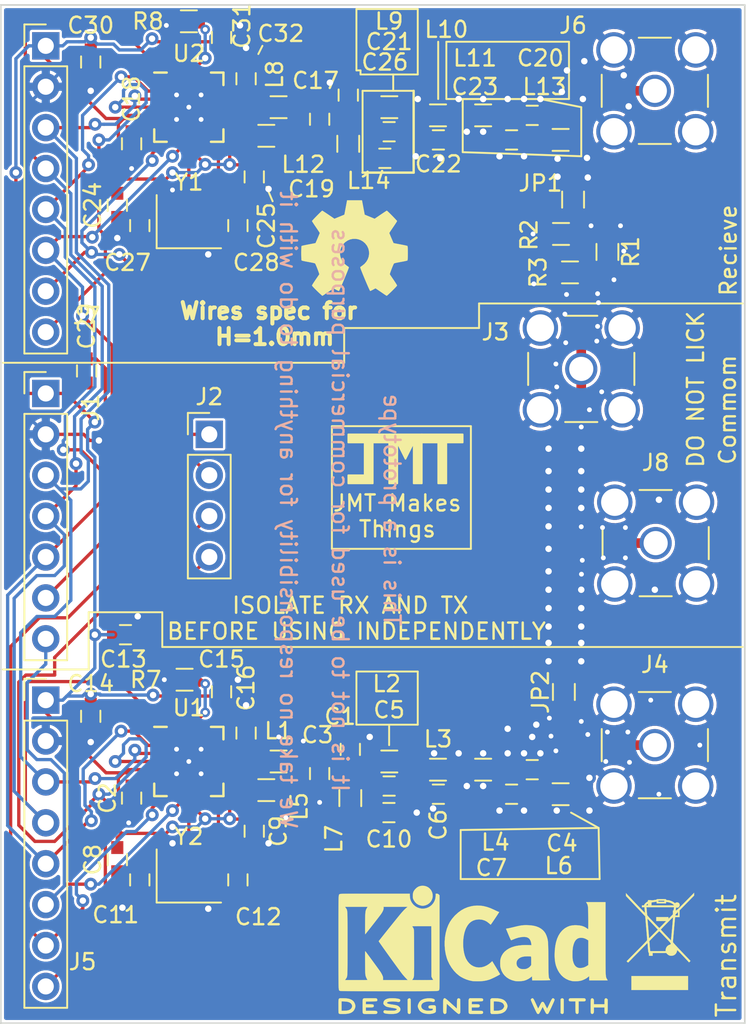
<source format=kicad_pcb>
(kicad_pcb (version 20171130) (host pcbnew "(5.1.5)-3")
  (layers (0 F.Cu signal) (31 B.Cu signal) (34 B.Paste user) (35 F.Paste user) (36 B.SilkS user) (37 F.SilkS user) (38 B.Mask user) (39 F.Mask user) (44 Edge.Cuts user))
  (net 0 "")
  (net 1 GND)
  (net 2 /RFRight/DCOUPL)
  (net 3 "Net-(C4-Pad1)")
  (net 4 "Net-(C5-Pad1)")
  (net 5 "Net-(C6-Pad1)")
  (net 6 "Net-(C7-Pad1)")
  (net 7 +3V3)
  (net 8 "Net-(C10-Pad1)")
  (net 9 /RFRight/XOSC1)
  (net 10 /RFRight/XOSC2)
  (net 11 /RFLeft/DCOUPL)
  (net 12 "Net-(C20-Pad1)")
  (net 13 "Net-(C21-Pad1)")
  (net 14 "Net-(C22-Pad1)")
  (net 15 "Net-(C23-Pad1)")
  (net 16 "Net-(C26-Pad1)")
  (net 17 /RFLeft/XOSC1)
  (net 18 /RFLeft/XOSC2)
  (net 19 /CSnTX)
  (net 20 /CSnRX)
  (net 21 /SCLK)
  (net 22 /MISO)
  (net 23 /GDO2_TX)
  (net 24 /GDO0_TX)
  (net 25 /GDO2_RX)
  (net 26 /GDO0_RX)
  (net 27 /RF_RX_ATT)
  (net 28 /RFRight/RF_SE)
  (net 29 /RFLeft/RF_SE)
  (net 30 /RF_RX)
  (net 31 /RFRight/RF_N)
  (net 32 /RFRight/RF_P)
  (net 33 /RFLeft/RF_N)
  (net 34 /RFLeft/RF_P)
  (net 35 /RFRight/RBIAS)
  (net 36 /RFLeft/RBIAS)
  (net 37 /MOSI)
  (net 38 /RFRight/RF1_N)
  (net 39 /RFRight/RF1_P)
  (net 40 /RFLeft/RF1_N)
  (net 41 /RFLeft/RF1_P)
  (module Resistors_SMD:R_0603 (layer F.Cu) (at 84.4296 80.1116 270)
    (fp_text reference R1 (at 0 -1.45 90) (layer F.SilkS))
    (fp_text value PICross)
    (pad 1 smd rect (at -0.75 0 270) (size 0.5 0.9) (layers F.Cu F.Paste F.Mask) (net 30 /RF_RX))
    (pad 2 smd rect (at 0.75 0 270) (size 0.5 0.9) (layers F.Cu F.Paste F.Mask) (net 27 /RF_RX_ATT))
  )
  (module Resistors_SMD:R_0603 (layer F.Cu) (at 81.546 78.994)
    (fp_text reference R2 (at -1.9805 0.0635 270) (layer F.SilkS))
    (fp_text value PILeg)
    (pad 2 smd rect (at 0.75 0) (size 0.5 0.9) (layers F.Cu F.Paste F.Mask) (net 30 /RF_RX))
    (pad 1 smd rect (at -0.75 0) (size 0.5 0.9) (layers F.Cu F.Paste F.Mask) (net 1 GND))
  )
  (module Resistors_SMD:R_0603 (layer F.Cu) (at 82.1048 81.3816)
    (fp_text reference R3 (at -1.9805 0 270) (layer F.SilkS))
    (fp_text value PILeg)
    (pad 2 smd rect (at 0.75 0) (size 0.5 0.9) (layers F.Cu F.Paste F.Mask) (net 27 /RF_RX_ATT))
    (pad 1 smd rect (at -0.75 0) (size 0.5 0.9) (layers F.Cu F.Paste F.Mask) (net 1 GND))
  )
  (module Connectors:SMA_THT_Jack_Straight (layer F.Cu) (at 87.376 110.744)
    (fp_text reference J4 (at 0 -5) (layer F.SilkS))
    (fp_text value "Local RF Out")
    (pad 2 thru_hole circle (at -2.54 2.54) (size 2.2 2.2) (drill 1.7) (layers *.Cu *.Mask) (net 1 GND))
    (pad 2 thru_hole circle (at -2.54 -2.54) (size 2.2 2.2) (drill 1.7) (layers *.Cu *.Mask) (net 1 GND))
    (pad 2 thru_hole circle (at 2.54 -2.54) (size 2.2 2.2) (drill 1.7) (layers *.Cu *.Mask) (net 1 GND))
    (pad 2 thru_hole circle (at 2.54 2.54) (size 2.2 2.2) (drill 1.7) (layers *.Cu *.Mask) (net 1 GND))
    (pad 1 thru_hole circle (at 0 0) (size 2 2) (drill 1.5) (layers *.Cu *.Mask) (net 28 /RFRight/RF_SE))
  )
  (module Symbols:WEEE-Logo_4.2x6mm_SilkScreen (layer F.Cu) (at 87.6935 122.936)
    (fp_text reference " " hide)
    (fp_text value WEEE hide)
  )
  (module Symbols:Symbol_Highvoltage_Type1_CopperTop_Small (layer F.Cu) (at 77.7748 97.536)
    (fp_text reference "DO NOT LICK" (at 12.1412 -8.89 90) (layer F.SilkS))
    (fp_text value Zap)
    (fp_line (start 1.397 -2.794) (end 0 -0.889) (layer F.Cu) (width 0.381))
    (fp_line (start 0 -0.889) (end 1.27 -0.889) (layer F.Cu) (width 0.381))
    (fp_line (start -0.254 1.016) (end -0.381 2.032) (layer F.Cu) (width 0.381))
    (fp_line (start -0.381 2.032) (end 0.381 1.397) (layer F.Cu) (width 0.381))
    (fp_line (start 0.381 1.397) (end -0.127 1.651) (layer F.Cu) (width 0.381))
    (fp_line (start -0.127 1.651) (end 1.651 -1.143) (layer F.Cu) (width 0.381))
    (fp_line (start 1.651 -1.143) (end 0.381 -1.143) (layer F.Cu) (width 0.381))
    (fp_line (start 0.381 -1.143) (end 2.159 -3.175) (layer F.Cu) (width 0.381))
    (fp_line (start 2.159 -3.175) (end 1.397 -2.667) (layer F.Cu) (width 0.381))
    (fp_line (start 1.397 -2.667) (end 1.27 -3.175) (layer F.Cu) (width 0.381))
    (fp_line (start 1.143 -3.048) (end -0.381 -0.762) (layer F.Cu) (width 0.381))
    (fp_line (start -0.381 -0.762) (end 1.016 -0.762) (layer F.Cu) (width 0.381))
    (fp_line (start 1.016 -0.762) (end -0.127 1.524) (layer F.Cu) (width 0.381))
    (fp_line (start -0.127 1.524) (end -0.254 1.016) (layer F.Cu) (width 0.381))
  )
  (module Symbols:KiCad-Logo2_8mm_SilkScreen (layer F.Cu) (at 76.073 123.444)
    (fp_text reference " " hide)
    (fp_text value KiCad hide)
  )
  (module Symbols:Symbol_Danger_CopperTop_Small (layer F.Cu) (at 71.755 87.757)
    (fp_text reference " " (at 0.254 -4.699) (layer F.SilkS))
    (fp_text value DANGER)
    (fp_line (start 2.667 2.032) (end 2.667 2.413) (layer F.Cu) (width 0.381))
    (fp_line (start 2.667 2.413) (end 2.794 2.413) (layer F.Cu) (width 0.381))
    (fp_line (start 1.778 1.143) (end 2.667 2.032) (layer F.Cu) (width 0.381))
    (fp_line (start 2.667 2.032) (end 2.921 2.032) (layer F.Cu) (width 0.381))
    (fp_line (start -2.921 -2.032) (end -3.302 -1.905) (layer F.Cu) (width 0.381))
    (fp_line (start -2.921 -2.032) (end -2.921 -2.413) (layer F.Cu) (width 0.381))
    (fp_line (start -2.413 -1.651) (end -2.921 -2.032) (layer F.Cu) (width 0.381))
    (fp_line (start -2.667 2.032) (end -2.667 2.54) (layer F.Cu) (width 0.381))
    (fp_line (start -2.667 2.032) (end -3.048 2.032) (layer F.Cu) (width 0.381))
    (fp_line (start -1.651 1.143) (end -2.667 2.032) (layer F.Cu) (width 0.381))
    (fp_line (start 2.921 -2.159) (end 3.429 -2.286) (layer F.Cu) (width 0.381))
    (fp_line (start 2.921 -2.159) (end 2.921 -2.667) (layer F.Cu) (width 0.381))
    (fp_line (start 2.286 -1.651) (end 2.921 -2.159) (layer F.Cu) (width 0.381))
    (fp_line (start 0.127 1.27) (end 0.127 1.524) (layer F.Cu) (width 0.381))
    (fp_line (start -0.508 1.143) (end 0.635 1.143) (layer F.Cu) (width 0.381))
    (fp_line (start 0.635 1.143) (end 0.635 1.651) (layer F.Cu) (width 0.381))
    (fp_line (start 0.635 1.651) (end -0.508 1.651) (layer F.Cu) (width 0.381))
    (fp_line (start -0.508 1.651) (end -0.508 1.143) (layer F.Cu) (width 0.381))
    (fp_circle (center -1.016 -0.381) (end -1.27 -0.254) (layer F.Cu) (width 0.381))
    (fp_circle (center 1.016 -0.381) (end 1.27 -0.254) (layer F.Cu) (width 0.381))
    (fp_line (start 0 -0.381) (end 0.254 0.381) (layer F.Cu) (width 0.381))
    (fp_line (start 0.254 0.381) (end -0.254 0.381) (layer F.Cu) (width 0.381))
    (fp_line (start -0.254 0.381) (end 0 -0.381) (layer F.Cu) (width 0.381))
    (fp_line (start -1.016 1.905) (end -0.889 2.159) (layer F.Cu) (width 0.381))
    (fp_line (start -0.889 2.159) (end -0.635 2.413) (layer F.Cu) (width 0.381))
    (fp_line (start -0.635 2.413) (end -0.254 2.54) (layer F.Cu) (width 0.381))
    (fp_line (start 1.143 0.762) (end 1.143 1.524) (layer F.Cu) (width 0.381))
    (fp_line (start 1.143 1.524) (end 1.143 1.905) (layer F.Cu) (width 0.381))
    (fp_line (start 1.143 1.905) (end 1.016 2.286) (layer F.Cu) (width 0.381))
    (fp_line (start 1.016 2.286) (end 0.635 2.413) (layer F.Cu) (width 0.381))
    (fp_line (start 0.635 2.413) (end 0.127 2.54) (layer F.Cu) (width 0.381))
    (fp_line (start 0.127 2.54) (end -0.254 2.54) (layer F.Cu) (width 0.381))
    (fp_line (start -1.016 1.905) (end -1.016 1.524) (layer F.Cu) (width 0.381))
    (fp_line (start -1.016 1.524) (end -1.016 0.762) (layer F.Cu) (width 0.381))
    (fp_line (start -2.54 0) (end -2.413 0.254) (layer F.Cu) (width 0.381))
    (fp_line (start -2.413 0.254) (end -2.286 0.508) (layer F.Cu) (width 0.381))
    (fp_line (start -2.286 0.508) (end -1.778 0.635) (layer F.Cu) (width 0.381))
    (fp_line (start -1.778 0.635) (end -1.143 0.762) (layer F.Cu) (width 0.381))
    (fp_line (start -1.143 0.762) (end -0.762 0.762) (layer F.Cu) (width 0.381))
    (fp_line (start -2.54 0) (end -2.54 -0.254) (layer F.Cu) (width 0.381))
    (fp_line (start -2.54 -0.254) (end -2.413 -0.762) (layer F.Cu) (width 0.381))
    (fp_line (start -2.413 -0.762) (end -2.159 -1.397) (layer F.Cu) (width 0.381))
    (fp_line (start -2.159 -1.397) (end -1.651 -1.905) (layer F.Cu) (width 0.381))
    (fp_line (start -1.651 -1.905) (end -1.016 -2.286) (layer F.Cu) (width 0.381))
    (fp_line (start -1.016 -2.286) (end -0.381 -2.54) (layer F.Cu) (width 0.381))
    (fp_line (start -0.381 -2.54) (end 0.127 -2.54) (layer F.Cu) (width 0.381))
    (fp_line (start 0.127 -2.54) (end 0.762 -2.413) (layer F.Cu) (width 0.381))
    (fp_line (start 0.762 -2.413) (end 1.397 -2.159) (layer F.Cu) (width 0.381))
    (fp_line (start 1.397 -2.159) (end 1.905 -1.651) (layer F.Cu) (width 0.381))
    (fp_line (start 1.905 -1.651) (end 2.159 -1.27) (layer F.Cu) (width 0.381))
    (fp_line (start 2.159 -1.27) (end 2.413 -0.762) (layer F.Cu) (width 0.381))
    (fp_line (start 2.413 -0.762) (end 2.54 -0.381) (layer F.Cu) (width 0.381))
    (fp_line (start 2.54 -0.381) (end 2.54 0) (layer F.Cu) (width 0.381))
    (fp_line (start 2.54 0) (end 2.413 0.381) (layer F.Cu) (width 0.381))
    (fp_line (start 2.413 0.381) (end 2.159 0.508) (layer F.Cu) (width 0.381))
    (fp_line (start 2.159 0.508) (end 1.651 0.762) (layer F.Cu) (width 0.381))
    (fp_line (start 1.651 0.762) (end 1.27 0.762) (layer F.Cu) (width 0.381))
    (fp_line (start 1.27 0.762) (end 0.889 0.762) (layer F.Cu) (width 0.381))
  )
  (module Symbols:OSHW-Symbol_6.7x6mm_SilkScreen (layer F.Cu) (at 68.707 79.883)
    (fp_text reference " " hide)
    (fp_text value OSHW hide)
  )
  (module Capacitors_SMD:C_0603 (layer F.Cu) (at 52.07 87.503 90)
    (fp_text reference C29 (at 2.782 0 90) (layer F.SilkS))
    (fp_text value DC)
    (pad 2 smd rect (at 0.75 0 90) (size 0.8 0.75) (layers F.Cu F.Paste F.Mask) (net 1 GND))
    (pad 1 smd rect (at -0.75 0 90) (size 0.8 0.75) (layers F.Cu F.Paste F.Mask) (net 7 +3V3))
  )
  (module Crystals:Crystal_SMD_3225-4pin_3.2x2.5mm (layer F.Cu) (at 58.42 118.872)
    (fp_text reference Y2 (at 0 -2.45) (layer F.SilkS))
    (fp_text value 26Mhz)
    (pad 1 smd rect (at -1.1 0.85) (size 1.4 1.2) (layers F.Cu F.Paste F.Mask) (net 9 /RFRight/XOSC1))
    (pad 2 smd rect (at 1.1 0.85) (size 1.4 1.2) (layers F.Cu F.Paste F.Mask) (net 1 GND))
    (pad 3 smd rect (at 1.1 -0.85) (size 1.4 1.2) (layers F.Cu F.Paste F.Mask) (net 10 /RFRight/XOSC2))
    (pad 4 smd rect (at -1.1 -0.85) (size 1.4 1.2) (layers F.Cu F.Paste F.Mask) (net 1 GND))
  )
  (module Inductors_SMD:L_0603 (layer F.Cu) (at 63.996 71.12)
    (fp_text reference L8 (at -0.242 -2.032 90) (layer F.SilkS))
    (fp_text value 12nH)
    (pad 2 smd rect (at 0.75 0) (size 0.5 0.9) (layers F.Cu F.Paste F.Mask) (net 40 /RFLeft/RF1_N))
    (pad 1 smd rect (at -0.75 0) (size 0.5 0.9) (layers F.Cu F.Paste F.Mask) (net 33 /RFLeft/RF_N))
  )
  (module Capacitors_SMD:C_0603 (layer F.Cu) (at 70.866 72.644 180)
    (fp_text reference C21 (at 0 5.588) (layer F.SilkS))
    (fp_text value 1.5pF)
    (pad 2 smd rect (at 0.75 0 180) (size 0.8 0.75) (layers F.Cu F.Paste F.Mask) (net 41 /RFLeft/RF1_P))
    (pad 1 smd rect (at -0.75 0 180) (size 0.8 0.75) (layers F.Cu F.Paste F.Mask) (net 13 "Net-(C21-Pad1)"))
  )
  (module Capacitors_SMD:C_0603 (layer F.Cu) (at 66.548 71.87 270)
    (fp_text reference C19 (at 4.33 0.508 180) (layer F.SilkS))
    (fp_text value 1pF)
    (pad 2 smd rect (at 0.75 0 270) (size 0.8 0.75) (layers F.Cu F.Paste F.Mask) (net 41 /RFLeft/RF1_P))
    (pad 1 smd rect (at -0.75 0 270) (size 0.8 0.75) (layers F.Cu F.Paste F.Mask) (net 40 /RFLeft/RF1_N))
  )
  (module Capacitors_SMD:C_0603 (layer F.Cu) (at 68.453 111.01 270)
    (fp_text reference C1 (at -2.044 0.635 180) (layer F.SilkS))
    (fp_text value 1.5pF)
    (pad 1 smd rect (at -0.75 0 270) (size 0.8 0.75) (layers F.Cu F.Paste F.Mask) (net 1 GND))
    (pad 2 smd rect (at 0.75 0 270) (size 0.8 0.75) (layers F.Cu F.Paste F.Mask) (net 38 /RFRight/RF1_N))
  )
  (module Capacitors_SMD:C_0603 (layer F.Cu) (at 54.864 114.034 90)
    (fp_text reference C2 (at 0 -1.5 90) (layer F.SilkS))
    (fp_text value 100nF)
    (pad 2 smd rect (at 0.75 0 90) (size 0.8 0.75) (layers F.Cu F.Paste F.Mask) (net 2 /RFRight/DCOUPL))
    (pad 1 smd rect (at -0.75 0 90) (size 0.8 0.75) (layers F.Cu F.Paste F.Mask) (net 1 GND))
  )
  (module Capacitors_SMD:C_0603 (layer F.Cu) (at 66.548 112.51 270)
    (fp_text reference C3 (at -2.401 0.127) (layer F.SilkS))
    (fp_text value 1pF)
    (pad 2 smd rect (at 0.75 0 270) (size 0.8 0.75) (layers F.Cu F.Paste F.Mask) (net 39 /RFRight/RF1_P))
    (pad 1 smd rect (at -0.75 0 270) (size 0.8 0.75) (layers F.Cu F.Paste F.Mask) (net 38 /RFRight/RF1_N))
  )
  (module Capacitors_SMD:C_0603 (layer F.Cu) (at 79.756 112.268)
    (fp_text reference C4 (at 1.8415 4.572) (layer F.SilkS))
    (fp_text value 12pF)
    (pad 1 smd rect (at -0.75 0) (size 0.8 0.75) (layers F.Cu F.Paste F.Mask) (net 3 "Net-(C4-Pad1)"))
    (pad 2 smd rect (at 0.75 0) (size 0.8 0.75) (layers F.Cu F.Paste F.Mask) (net 28 /RFRight/RF_SE))
  )
  (module Capacitors_SMD:C_0603 (layer F.Cu) (at 70.866 113.284 180)
    (fp_text reference C5 (at 0 4.7244) (layer F.SilkS))
    (fp_text value 1.5pF)
    (pad 2 smd rect (at 0.75 0 180) (size 0.8 0.75) (layers F.Cu F.Paste F.Mask) (net 39 /RFRight/RF1_P))
    (pad 1 smd rect (at -0.75 0 180) (size 0.8 0.75) (layers F.Cu F.Paste F.Mask) (net 4 "Net-(C5-Pad1)"))
  )
  (module Capacitors_SMD:C_0603 (layer F.Cu) (at 73.926 113.792 180)
    (fp_text reference C6 (at 0.012 -1.905 90) (layer F.SilkS))
    (fp_text value 3.3pF)
    (pad 2 smd rect (at 0.75 0 180) (size 0.8 0.75) (layers F.Cu F.Paste F.Mask) (net 1 GND))
    (pad 1 smd rect (at -0.75 0 180) (size 0.8 0.75) (layers F.Cu F.Paste F.Mask) (net 5 "Net-(C6-Pad1)"))
  )
  (module Capacitors_SMD:C_0603 (layer F.Cu) (at 78.474 113.792 180)
    (fp_text reference C7 (at 1.258 -4.572) (layer F.SilkS))
    (fp_text value 47pF)
    (pad 1 smd rect (at -0.75 0 180) (size 0.8 0.75) (layers F.Cu F.Paste F.Mask) (net 6 "Net-(C7-Pad1)"))
    (pad 2 smd rect (at 0.75 0 180) (size 0.8 0.75) (layers F.Cu F.Paste F.Mask) (net 3 "Net-(C4-Pad1)"))
  )
  (module Capacitors_SMD:C_0603 (layer F.Cu) (at 53.975 117.856 270)
    (fp_text reference C8 (at 0 1.524 90) (layer F.SilkS))
    (fp_text value DC)
    (pad 2 smd rect (at 0.75 0 270) (size 0.8 0.75) (layers F.Cu F.Paste F.Mask) (net 1 GND))
    (pad 1 smd rect (at -0.75 0 270) (size 0.8 0.75) (layers F.Cu F.Paste F.Mask) (net 7 +3V3))
  )
  (module Capacitors_SMD:C_0603 (layer F.Cu) (at 62.484 116.09 270)
    (fp_text reference C9 (at 0 -1.5 90) (layer F.SilkS))
    (fp_text value DC)
    (pad 2 smd rect (at 0.75 0 270) (size 0.8 0.75) (layers F.Cu F.Paste F.Mask) (net 1 GND))
    (pad 1 smd rect (at -0.75 0 270) (size 0.8 0.75) (layers F.Cu F.Paste F.Mask) (net 7 +3V3))
  )
  (module Capacitors_SMD:C_0603 (layer F.Cu) (at 70.854 114.935)
    (fp_text reference C10 (at 0 1.651) (layer F.SilkS))
    (fp_text value 100pF)
    (pad 1 smd rect (at -0.75 0) (size 0.8 0.75) (layers F.Cu F.Paste F.Mask) (net 8 "Net-(C10-Pad1)"))
    (pad 2 smd rect (at 0.75 0) (size 0.8 0.75) (layers F.Cu F.Paste F.Mask) (net 1 GND))
  )
  (module Capacitors_SMD:C_0603 (layer F.Cu) (at 55.372 119.114 90)
    (fp_text reference C11 (at -2.171 -1.5 180) (layer F.SilkS))
    (fp_text value 27pF)
    (pad 2 smd rect (at 0.75 0 90) (size 0.8 0.75) (layers F.Cu F.Paste F.Mask) (net 1 GND))
    (pad 1 smd rect (at -0.75 0 90) (size 0.8 0.75) (layers F.Cu F.Paste F.Mask) (net 9 /RFRight/XOSC1))
  )
  (module Capacitors_SMD:C_0603 (layer F.Cu) (at 61.468 119.114 270)
    (fp_text reference C12 (at 2.298 -1.27 180) (layer F.SilkS))
    (fp_text value 27pF)
    (pad 1 smd rect (at -0.75 0 270) (size 0.8 0.75) (layers F.Cu F.Paste F.Mask) (net 10 /RFRight/XOSC2))
    (pad 2 smd rect (at 0.75 0 270) (size 0.8 0.75) (layers F.Cu F.Paste F.Mask) (net 1 GND))
  )
  (module Capacitors_SMD:C_0603 (layer F.Cu) (at 54.483 103.886)
    (fp_text reference C13 (at -0.127 1.524) (layer F.SilkS))
    (fp_text value DC)
    (pad 2 smd rect (at 0.75 0) (size 0.8 0.75) (layers F.Cu F.Paste F.Mask) (net 1 GND))
    (pad 1 smd rect (at -0.75 0) (size 0.8 0.75) (layers F.Cu F.Paste F.Mask) (net 7 +3V3))
  )
  (module Capacitors_SMD:C_0603 (layer F.Cu) (at 52.324 108.954 270)
    (fp_text reference C14 (at -2.02 0 180) (layer F.SilkS))
    (fp_text value DC)
    (pad 1 smd rect (at -0.75 0 270) (size 0.8 0.75) (layers F.Cu F.Paste F.Mask) (net 7 +3V3))
    (pad 2 smd rect (at 0.75 0 270) (size 0.8 0.75) (layers F.Cu F.Paste F.Mask) (net 1 GND))
  )
  (module Capacitors_SMD:C_0603 (layer F.Cu) (at 60.452 107.43 90)
    (fp_text reference C15 (at 2.02 0 180) (layer F.SilkS))
    (fp_text value DC)
    (pad 1 smd rect (at -0.75 0 90) (size 0.8 0.75) (layers F.Cu F.Paste F.Mask) (net 7 +3V3))
    (pad 2 smd rect (at 0.75 0 90) (size 0.8 0.75) (layers F.Cu F.Paste F.Mask) (net 1 GND))
  )
  (module Capacitors_SMD:C_0603 (layer F.Cu) (at 61.976 109.994 90)
    (fp_text reference C16 (at 2.806 0 90) (layer F.SilkS))
    (fp_text value DC)
    (pad 2 smd rect (at 0.75 0 90) (size 0.8 0.75) (layers F.Cu F.Paste F.Mask) (net 1 GND))
    (pad 1 smd rect (at -0.75 0 90) (size 0.8 0.75) (layers F.Cu F.Paste F.Mask) (net 7 +3V3))
  )
  (module Capacitors_SMD:C_0603 (layer F.Cu) (at 68.326 70.37 270)
    (fp_text reference C17 (at -0.901 2.032 180) (layer F.SilkS))
    (fp_text value 1.5pF)
    (pad 1 smd rect (at -0.75 0 270) (size 0.8 0.75) (layers F.Cu F.Paste F.Mask) (net 1 GND))
    (pad 2 smd rect (at 0.75 0 270) (size 0.8 0.75) (layers F.Cu F.Paste F.Mask) (net 40 /RFLeft/RF1_N))
  )
  (module Capacitors_SMD:C_0603 (layer F.Cu) (at 54.864 73.394 90)
    (fp_text reference C18 (at 2.782 0 90) (layer F.SilkS))
    (fp_text value 100nF)
    (pad 2 smd rect (at 0.75 0 90) (size 0.8 0.75) (layers F.Cu F.Paste F.Mask) (net 11 /RFLeft/DCOUPL))
    (pad 1 smd rect (at -0.75 0 90) (size 0.8 0.75) (layers F.Cu F.Paste F.Mask) (net 1 GND))
  )
  (module Capacitors_SMD:C_0603 (layer F.Cu) (at 79.756 71.628)
    (fp_text reference C20 (at 0.508 -3.556) (layer F.SilkS))
    (fp_text value 12pF)
    (pad 1 smd rect (at -0.75 0) (size 0.8 0.75) (layers F.Cu F.Paste F.Mask) (net 12 "Net-(C20-Pad1)"))
    (pad 2 smd rect (at 0.75 0) (size 0.8 0.75) (layers F.Cu F.Paste F.Mask) (net 29 /RFLeft/RF_SE))
  )
  (module Capacitors_SMD:C_0603 (layer F.Cu) (at 73.926 73.152 180)
    (fp_text reference C22 (at 0 -1.5) (layer F.SilkS))
    (fp_text value 3.3pF)
    (pad 2 smd rect (at 0.75 0 180) (size 0.8 0.75) (layers F.Cu F.Paste F.Mask) (net 1 GND))
    (pad 1 smd rect (at -0.75 0 180) (size 0.8 0.75) (layers F.Cu F.Paste F.Mask) (net 14 "Net-(C22-Pad1)"))
  )
  (module Capacitors_SMD:C_0603 (layer F.Cu) (at 78.474 73.152 180)
    (fp_text reference C23 (at 2.274 3.302) (layer F.SilkS))
    (fp_text value 47pF)
    (pad 1 smd rect (at -0.75 0 180) (size 0.8 0.75) (layers F.Cu F.Paste F.Mask) (net 15 "Net-(C23-Pad1)"))
    (pad 2 smd rect (at 0.75 0 180) (size 0.8 0.75) (layers F.Cu F.Paste F.Mask) (net 12 "Net-(C20-Pad1)"))
  )
  (module Capacitors_SMD:C_0603 (layer F.Cu) (at 53.975 77.216 270)
    (fp_text reference C24 (at 0 1.524 90) (layer F.SilkS))
    (fp_text value DC)
    (pad 1 smd rect (at -0.75 0 270) (size 0.8 0.75) (layers F.Cu F.Paste F.Mask) (net 7 +3V3))
    (pad 2 smd rect (at 0.75 0 270) (size 0.8 0.75) (layers F.Cu F.Paste F.Mask) (net 1 GND))
  )
  (module Capacitors_SMD:C_0603 (layer F.Cu) (at 62.484 75.45 270)
    (fp_text reference C25 (at 3.036 -0.762 90) (layer F.SilkS))
    (fp_text value DC)
    (pad 2 smd rect (at 0.75 0 270) (size 0.8 0.75) (layers F.Cu F.Paste F.Mask) (net 1 GND))
    (pad 1 smd rect (at -0.75 0 270) (size 0.8 0.75) (layers F.Cu F.Paste F.Mask) (net 7 +3V3))
  )
  (module Capacitors_SMD:C_0603 (layer F.Cu) (at 70.6 74.295)
    (fp_text reference C26 (at 0 -5.969) (layer F.SilkS))
    (fp_text value 100pF)
    (pad 1 smd rect (at -0.75 0) (size 0.8 0.75) (layers F.Cu F.Paste F.Mask) (net 16 "Net-(C26-Pad1)"))
    (pad 2 smd rect (at 0.75 0) (size 0.8 0.75) (layers F.Cu F.Paste F.Mask) (net 1 GND))
  )
  (module Capacitors_SMD:C_0603 (layer F.Cu) (at 55.372 78.474 90)
    (fp_text reference C27 (at -2.298 -0.762 180) (layer F.SilkS))
    (fp_text value 27pF)
    (pad 2 smd rect (at 0.75 0 90) (size 0.8 0.75) (layers F.Cu F.Paste F.Mask) (net 1 GND))
    (pad 1 smd rect (at -0.75 0 90) (size 0.8 0.75) (layers F.Cu F.Paste F.Mask) (net 17 /RFLeft/XOSC1))
  )
  (module Capacitors_SMD:C_0603 (layer F.Cu) (at 61.468 78.474 270)
    (fp_text reference C28 (at 2.298 -1.143 180) (layer F.SilkS))
    (fp_text value 27pF)
    (pad 1 smd rect (at -0.75 0 270) (size 0.8 0.75) (layers F.Cu F.Paste F.Mask) (net 18 /RFLeft/XOSC2))
    (pad 2 smd rect (at 0.75 0 270) (size 0.8 0.75) (layers F.Cu F.Paste F.Mask) (net 1 GND))
  )
  (module Capacitors_SMD:C_0603 (layer F.Cu) (at 52.324 68.314 270)
    (fp_text reference C30 (at -2.274 0 180) (layer F.SilkS))
    (fp_text value DC)
    (pad 1 smd rect (at -0.75 0 270) (size 0.8 0.75) (layers F.Cu F.Paste F.Mask) (net 7 +3V3))
    (pad 2 smd rect (at 0.75 0 270) (size 0.8 0.75) (layers F.Cu F.Paste F.Mask) (net 1 GND))
  )
  (module Capacitors_SMD:C_0603 (layer F.Cu) (at 60.452 66.79 90)
    (fp_text reference C31 (at 0.75 1.27 270) (layer F.SilkS))
    (fp_text value DC)
    (pad 1 smd rect (at -0.75 0 90) (size 0.8 0.75) (layers F.Cu F.Paste F.Mask) (net 7 +3V3))
    (pad 2 smd rect (at 0.75 0 90) (size 0.8 0.75) (layers F.Cu F.Paste F.Mask) (net 1 GND))
  )
  (module Capacitors_SMD:C_0603 (layer F.Cu) (at 61.976 69.354 90)
    (fp_text reference C32 (at 2.806 2.159) (layer F.SilkS))
    (fp_text value DC)
    (pad 1 smd rect (at -0.75 0 90) (size 0.8 0.75) (layers F.Cu F.Paste F.Mask) (net 7 +3V3))
    (pad 2 smd rect (at 0.75 0 90) (size 0.8 0.75) (layers F.Cu F.Paste F.Mask) (net 1 GND))
  )
  (module Pin_Headers:Pin_Header_Straight_1x07_Pitch2.54mm (layer F.Cu) (at 49.53 88.9)
    (fp_text reference J1 (at 2.794 0.889 90) (layer F.SilkS))
    (fp_text value CommonSPI)
    (pad 7 thru_hole oval (at 0 15.24) (size 1.7 1.7) (drill 1) (layers *.Cu *.Mask) (net 19 /CSnTX))
    (pad 6 thru_hole oval (at 0 12.7) (size 1.7 1.7) (drill 1) (layers *.Cu *.Mask) (net 20 /CSnRX))
    (pad 5 thru_hole oval (at 0 10.16) (size 1.7 1.7) (drill 1) (layers *.Cu *.Mask) (net 21 /SCLK))
    (pad 4 thru_hole oval (at 0 7.62) (size 1.7 1.7) (drill 1) (layers *.Cu *.Mask) (net 37 /MOSI))
    (pad 3 thru_hole oval (at 0 5.08) (size 1.7 1.7) (drill 1) (layers *.Cu *.Mask) (net 22 /MISO))
    (pad 2 thru_hole oval (at 0 2.54) (size 1.7 1.7) (drill 1) (layers *.Cu *.Mask) (net 1 GND))
    (pad 1 thru_hole rect (at 0 0) (size 1.7 1.7) (drill 1) (layers *.Cu *.Mask) (net 7 +3V3))
  )
  (module Pin_Headers:Pin_Header_Straight_1x04_Pitch2.54mm (layer F.Cu) (at 59.69 91.44)
    (fp_text reference J2 (at 0 -2.33) (layer F.SilkS))
    (fp_text value GDO)
    (pad 4 thru_hole oval (at 0 7.62) (size 1.7 1.7) (drill 1) (layers *.Cu *.Mask) (net 23 /GDO2_TX))
    (pad 3 thru_hole oval (at 0 5.08) (size 1.7 1.7) (drill 1) (layers *.Cu *.Mask) (net 24 /GDO0_TX))
    (pad 2 thru_hole oval (at 0 2.54) (size 1.7 1.7) (drill 1) (layers *.Cu *.Mask) (net 25 /GDO2_RX))
    (pad 1 thru_hole rect (at 0 0) (size 1.7 1.7) (drill 1) (layers *.Cu *.Mask) (net 26 /GDO0_RX))
  )
  (module Connectors:SMA_THT_Jack_Straight (layer F.Cu) (at 82.804 87.376)
    (fp_text reference J3 (at -5.334 -2.286) (layer F.SilkS))
    (fp_text value CombOut)
    (pad 1 thru_hole circle (at 0 0) (size 2 2) (drill 1.5) (layers *.Cu *.Mask) (net 27 /RF_RX_ATT))
    (pad 2 thru_hole circle (at 2.54 2.54) (size 2.2 2.2) (drill 1.7) (layers *.Cu *.Mask) (net 1 GND))
    (pad 2 thru_hole circle (at 2.54 -2.54) (size 2.2 2.2) (drill 1.7) (layers *.Cu *.Mask) (net 1 GND))
    (pad 2 thru_hole circle (at -2.54 -2.54) (size 2.2 2.2) (drill 1.7) (layers *.Cu *.Mask) (net 1 GND))
    (pad 2 thru_hole circle (at -2.54 2.54) (size 2.2 2.2) (drill 1.7) (layers *.Cu *.Mask) (net 1 GND))
  )
  (module Pin_Headers:Pin_Header_Straight_1x08_Pitch2.54mm (layer F.Cu) (at 49.53 107.95)
    (fp_text reference J5 (at 2.286 16.256 180) (layer F.SilkS))
    (fp_text value DigitalIO)
    (pad 8 thru_hole oval (at 0 17.78) (size 1.7 1.7) (drill 1) (layers *.Cu *.Mask) (net 23 /GDO2_TX))
    (pad 7 thru_hole oval (at 0 15.24) (size 1.7 1.7) (drill 1) (layers *.Cu *.Mask) (net 24 /GDO0_TX))
    (pad 6 thru_hole oval (at 0 12.7) (size 1.7 1.7) (drill 1) (layers *.Cu *.Mask) (net 19 /CSnTX))
    (pad 5 thru_hole oval (at 0 10.16) (size 1.7 1.7) (drill 1) (layers *.Cu *.Mask) (net 21 /SCLK))
    (pad 4 thru_hole oval (at 0 7.62) (size 1.7 1.7) (drill 1) (layers *.Cu *.Mask) (net 37 /MOSI))
    (pad 3 thru_hole oval (at 0 5.08) (size 1.7 1.7) (drill 1) (layers *.Cu *.Mask) (net 22 /MISO))
    (pad 2 thru_hole oval (at 0 2.54) (size 1.7 1.7) (drill 1) (layers *.Cu *.Mask) (net 1 GND))
    (pad 1 thru_hole rect (at 0 0) (size 1.7 1.7) (drill 1) (layers *.Cu *.Mask) (net 7 +3V3))
  )
  (module Connectors:SMA_THT_Jack_Straight (layer F.Cu) (at 87.376 70.104)
    (fp_text reference J6 (at -5.08 -4.064) (layer F.SilkS))
    (fp_text value "Local RF Out")
    (pad 1 thru_hole circle (at 0 0) (size 2 2) (drill 1.5) (layers *.Cu *.Mask) (net 29 /RFLeft/RF_SE))
    (pad 2 thru_hole circle (at 2.54 2.54) (size 2.2 2.2) (drill 1.7) (layers *.Cu *.Mask) (net 1 GND))
    (pad 2 thru_hole circle (at 2.54 -2.54) (size 2.2 2.2) (drill 1.7) (layers *.Cu *.Mask) (net 1 GND))
    (pad 2 thru_hole circle (at -2.54 -2.54) (size 2.2 2.2) (drill 1.7) (layers *.Cu *.Mask) (net 1 GND))
    (pad 2 thru_hole circle (at -2.54 2.54) (size 2.2 2.2) (drill 1.7) (layers *.Cu *.Mask) (net 1 GND))
  )
  (module Pin_Headers:Pin_Header_Straight_1x08_Pitch2.54mm (layer F.Cu) (at 49.53 67.31)
    (fp_text reference J7 (at 2.54 16.764) (layer F.SilkS))
    (fp_text value DigitalIO)
    (pad 1 thru_hole rect (at 0 0) (size 1.7 1.7) (drill 1) (layers *.Cu *.Mask) (net 7 +3V3))
    (pad 2 thru_hole oval (at 0 2.54) (size 1.7 1.7) (drill 1) (layers *.Cu *.Mask) (net 1 GND))
    (pad 3 thru_hole oval (at 0 5.08) (size 1.7 1.7) (drill 1) (layers *.Cu *.Mask) (net 22 /MISO))
    (pad 4 thru_hole oval (at 0 7.62) (size 1.7 1.7) (drill 1) (layers *.Cu *.Mask) (net 37 /MOSI))
    (pad 5 thru_hole oval (at 0 10.16) (size 1.7 1.7) (drill 1) (layers *.Cu *.Mask) (net 21 /SCLK))
    (pad 6 thru_hole oval (at 0 12.7) (size 1.7 1.7) (drill 1) (layers *.Cu *.Mask) (net 20 /CSnRX))
    (pad 7 thru_hole oval (at 0 15.24) (size 1.7 1.7) (drill 1) (layers *.Cu *.Mask) (net 26 /GDO0_RX))
    (pad 8 thru_hole oval (at 0 17.78) (size 1.7 1.7) (drill 1) (layers *.Cu *.Mask) (net 25 /GDO2_RX))
  )
  (module Resistors_SMD:R_0603 (layer F.Cu) (at 82.296 76.8604 270)
    (fp_text reference JP1 (at -1.016 2.032 180) (layer F.SilkS))
    (fp_text value ISO_RX)
    (pad 2 smd rect (at 0.75 0 270) (size 0.5 0.9) (layers F.Cu F.Paste F.Mask) (net 30 /RF_RX))
    (pad 1 smd rect (at -0.75 0 270) (size 0.5 0.9) (layers F.Cu F.Paste F.Mask) (net 29 /RFLeft/RF_SE))
  )
  (module Resistors_SMD:R_0603 (layer F.Cu) (at 81.7245 107.442 90)
    (fp_text reference JP2 (at 0 -1.45 90) (layer F.SilkS))
    (fp_text value ISO_TX)
    (pad 1 smd rect (at -0.75 0 90) (size 0.5 0.9) (layers F.Cu F.Paste F.Mask) (net 28 /RFRight/RF_SE))
    (pad 2 smd rect (at 0.75 0 90) (size 0.5 0.9) (layers F.Cu F.Paste F.Mask) (net 27 /RF_RX_ATT))
  )
  (module Inductors_SMD:L_0603 (layer F.Cu) (at 63.996 111.76)
    (fp_text reference L1 (at 0 -1.9) (layer F.SilkS))
    (fp_text value 12nH)
    (pad 1 smd rect (at -0.75 0) (size 0.5 0.9) (layers F.Cu F.Paste F.Mask) (net 31 /RFRight/RF_N))
    (pad 2 smd rect (at 0.75 0) (size 0.5 0.9) (layers F.Cu F.Paste F.Mask) (net 38 /RFRight/RF1_N))
  )
  (module Inductors_SMD:L_0603 (layer F.Cu) (at 70.878 111.76)
    (fp_text reference L2 (at -0.1644 -4.826) (layer F.SilkS))
    (fp_text value 18nH)
    (pad 2 smd rect (at 0.75 0) (size 0.5 0.9) (layers F.Cu F.Paste F.Mask) (net 4 "Net-(C5-Pad1)"))
    (pad 1 smd rect (at -0.75 0) (size 0.5 0.9) (layers F.Cu F.Paste F.Mask) (net 38 /RFRight/RF1_N))
  )
  (module Inductors_SMD:L_0603 (layer F.Cu) (at 73.902 112.268)
    (fp_text reference L3 (at 0 -1.9) (layer F.SilkS))
    (fp_text value 12nH)
    (pad 1 smd rect (at -0.75 0) (size 0.5 0.9) (layers F.Cu F.Paste F.Mask) (net 4 "Net-(C5-Pad1)"))
    (pad 2 smd rect (at 0.75 0) (size 0.5 0.9) (layers F.Cu F.Paste F.Mask) (net 5 "Net-(C6-Pad1)"))
  )
  (module Inductors_SMD:L_0603 (layer F.Cu) (at 76.708 112.268)
    (fp_text reference L4 (at 0.762 4.5085) (layer F.SilkS))
    (fp_text value 12nH)
    (pad 1 smd rect (at -0.75 0) (size 0.5 0.9) (layers F.Cu F.Paste F.Mask) (net 5 "Net-(C6-Pad1)"))
    (pad 2 smd rect (at 0.75 0) (size 0.5 0.9) (layers F.Cu F.Paste F.Mask) (net 3 "Net-(C4-Pad1)"))
  )
  (module Inductors_SMD:L_0603 (layer F.Cu) (at 63.234 113.538 180)
    (fp_text reference L5 (at -2.044 -1.016 90) (layer F.SilkS))
    (fp_text value 12nH)
    (pad 2 smd rect (at 0.75 0 180) (size 0.5 0.9) (layers F.Cu F.Paste F.Mask) (net 32 /RFRight/RF_P))
    (pad 1 smd rect (at -0.75 0 180) (size 0.5 0.9) (layers F.Cu F.Paste F.Mask) (net 39 /RFRight/RF1_P))
  )
  (module Inductors_SMD:L_0603 (layer F.Cu) (at 81.522 113.792 180)
    (fp_text reference L6 (at 0.115 -4.445) (layer F.SilkS))
    (fp_text value 3.3nH)
    (pad 2 smd rect (at 0.75 0 180) (size 0.5 0.9) (layers F.Cu F.Paste F.Mask) (net 6 "Net-(C7-Pad1)"))
    (pad 1 smd rect (at -0.75 0 180) (size 0.5 0.9) (layers F.Cu F.Paste F.Mask) (net 28 /RFRight/RF_SE))
  )
  (module Inductors_SMD:L_0603 (layer F.Cu) (at 68.453 114.034 270)
    (fp_text reference L7 (at 2.54 1.016 270) (layer F.SilkS))
    (fp_text value 18nH)
    (pad 2 smd rect (at 0.75 0 270) (size 0.5 0.9) (layers F.Cu F.Paste F.Mask) (net 8 "Net-(C10-Pad1)"))
    (pad 1 smd rect (at -0.75 0 270) (size 0.5 0.9) (layers F.Cu F.Paste F.Mask) (net 39 /RFRight/RF1_P))
  )
  (module Inductors_SMD:L_0603 (layer F.Cu) (at 70.878 71.12)
    (fp_text reference L9 (at -0.012 -5.334) (layer F.SilkS))
    (fp_text value 18nH)
    (pad 1 smd rect (at -0.75 0) (size 0.5 0.9) (layers F.Cu F.Paste F.Mask) (net 40 /RFLeft/RF1_N))
    (pad 2 smd rect (at 0.75 0) (size 0.5 0.9) (layers F.Cu F.Paste F.Mask) (net 13 "Net-(C21-Pad1)"))
  )
  (module Inductors_SMD:L_0603 (layer F.Cu) (at 73.902 71.628)
    (fp_text reference L10 (at 0.52 -5.334) (layer F.SilkS))
    (fp_text value 12nH)
    (pad 1 smd rect (at -0.75 0) (size 0.5 0.9) (layers F.Cu F.Paste F.Mask) (net 13 "Net-(C21-Pad1)"))
    (pad 2 smd rect (at 0.75 0) (size 0.5 0.9) (layers F.Cu F.Paste F.Mask) (net 14 "Net-(C22-Pad1)"))
  )
  (module Inductors_SMD:L_0603 (layer F.Cu) (at 76.708 71.628)
    (fp_text reference L11 (at -0.508 -3.556) (layer F.SilkS))
    (fp_text value 12nH)
    (pad 1 smd rect (at -0.75 0) (size 0.5 0.9) (layers F.Cu F.Paste F.Mask) (net 14 "Net-(C22-Pad1)"))
    (pad 2 smd rect (at 0.75 0) (size 0.5 0.9) (layers F.Cu F.Paste F.Mask) (net 12 "Net-(C20-Pad1)"))
  )
  (module Inductors_SMD:L_0603 (layer F.Cu) (at 63.234 72.898 180)
    (fp_text reference L12 (at -2.298 -1.778) (layer F.SilkS))
    (fp_text value 12nH)
    (pad 1 smd rect (at -0.75 0 180) (size 0.5 0.9) (layers F.Cu F.Paste F.Mask) (net 41 /RFLeft/RF1_P))
    (pad 2 smd rect (at 0.75 0 180) (size 0.5 0.9) (layers F.Cu F.Paste F.Mask) (net 34 /RFLeft/RF_P))
  )
  (module Inductors_SMD:L_0603 (layer F.Cu) (at 81.522 73.152 180)
    (fp_text reference L13 (at 1.004 3.302) (layer F.SilkS))
    (fp_text value 3.3nH)
    (pad 2 smd rect (at 0.75 0 180) (size 0.5 0.9) (layers F.Cu F.Paste F.Mask) (net 15 "Net-(C23-Pad1)"))
    (pad 1 smd rect (at -0.75 0 180) (size 0.5 0.9) (layers F.Cu F.Paste F.Mask) (net 29 /RFLeft/RF_SE))
  )
  (module Inductors_SMD:L_0603 (layer F.Cu) (at 68.326 73.394 270)
    (fp_text reference L14 (at 2.286 -1.27 180) (layer F.SilkS))
    (fp_text value 18nH)
    (pad 2 smd rect (at 0.75 0 270) (size 0.5 0.9) (layers F.Cu F.Paste F.Mask) (net 16 "Net-(C26-Pad1)"))
    (pad 1 smd rect (at -0.75 0 270) (size 0.5 0.9) (layers F.Cu F.Paste F.Mask) (net 41 /RFLeft/RF1_P))
  )
  (module Resistors_SMD:R_0603 (layer F.Cu) (at 58.154 106.68)
    (fp_text reference R7 (at -2.413 0) (layer F.SilkS))
    (fp_text value 56K)
    (pad 1 smd rect (at -0.75 0) (size 0.5 0.9) (layers F.Cu F.Paste F.Mask) (net 1 GND))
    (pad 2 smd rect (at 0.75 0) (size 0.5 0.9) (layers F.Cu F.Paste F.Mask) (net 35 /RFRight/RBIAS))
  )
  (module Resistors_SMD:R_0603 (layer F.Cu) (at 58.42 65.786)
    (fp_text reference R8 (at -2.54 0) (layer F.SilkS))
    (fp_text value 56K)
    (pad 1 smd rect (at -0.75 0) (size 0.5 0.9) (layers F.Cu F.Paste F.Mask) (net 1 GND))
    (pad 2 smd rect (at 0.75 0) (size 0.5 0.9) (layers F.Cu F.Paste F.Mask) (net 36 /RFLeft/RBIAS))
  )
  (module Crystals:Crystal_SMD_3225-4pin_3.2x2.5mm (layer F.Cu) (at 58.42 78.232)
    (fp_text reference Y1 (at 0 -2.45) (layer F.SilkS))
    (fp_text value 26Mhz)
    (pad 4 smd rect (at -1.1 -0.85) (size 1.4 1.2) (layers F.Cu F.Paste F.Mask) (net 1 GND))
    (pad 3 smd rect (at 1.1 -0.85) (size 1.4 1.2) (layers F.Cu F.Paste F.Mask) (net 18 /RFLeft/XOSC2))
    (pad 2 smd rect (at 1.1 0.85) (size 1.4 1.2) (layers F.Cu F.Paste F.Mask) (net 1 GND))
    (pad 1 smd rect (at -1.1 0.85) (size 1.4 1.2) (layers F.Cu F.Paste F.Mask) (net 17 /RFLeft/XOSC1))
  )
  (module Housings_DFN_QFN:QFN-20-1EP_4x4mm_Pitch0.5mm (layer F.Cu) (at 58.42 111.76)
    (fp_text reference U1 (at 0 -3.33) (layer F.SilkS))
    (fp_text value CC1101)
    (pad 1 smd rect (at -1.965 -1) (size 0.73 0.3) (layers F.Cu F.Paste F.Mask) (net 21 /SCLK))
    (pad 2 smd rect (at -1.965 -0.5) (size 0.73 0.3) (layers F.Cu F.Paste F.Mask) (net 22 /MISO))
    (pad 3 smd rect (at -1.965 0) (size 0.73 0.3) (layers F.Cu F.Paste F.Mask) (net 23 /GDO2_TX))
    (pad 4 smd rect (at -1.965 0.5) (size 0.73 0.3) (layers F.Cu F.Paste F.Mask) (net 7 +3V3))
    (pad 5 smd rect (at -1.965 1) (size 0.73 0.3) (layers F.Cu F.Paste F.Mask) (net 2 /RFRight/DCOUPL))
    (pad 6 smd rect (at -1 1.965 90) (size 0.73 0.3) (layers F.Cu F.Paste F.Mask) (net 24 /GDO0_TX))
    (pad 7 smd rect (at -0.5 1.965 90) (size 0.73 0.3) (layers F.Cu F.Paste F.Mask) (net 19 /CSnTX))
    (pad 8 smd rect (at 0 1.965 90) (size 0.73 0.3) (layers F.Cu F.Paste F.Mask) (net 9 /RFRight/XOSC1))
    (pad 9 smd rect (at 0.5 1.965 90) (size 0.73 0.3) (layers F.Cu F.Paste F.Mask) (net 7 +3V3))
    (pad 10 smd rect (at 1 1.965 90) (size 0.73 0.3) (layers F.Cu F.Paste F.Mask) (net 10 /RFRight/XOSC2))
    (pad 11 smd rect (at 1.965 1) (size 0.73 0.3) (layers F.Cu F.Paste F.Mask) (net 7 +3V3))
    (pad 12 smd rect (at 1.965 0.5) (size 0.73 0.3) (layers F.Cu F.Paste F.Mask) (net 32 /RFRight/RF_P))
    (pad 13 smd rect (at 1.965 0) (size 0.73 0.3) (layers F.Cu F.Paste F.Mask) (net 31 /RFRight/RF_N))
    (pad 14 smd rect (at 1.965 -0.5) (size 0.73 0.3) (layers F.Cu F.Paste F.Mask) (net 7 +3V3))
    (pad 15 smd rect (at 1.965 -1) (size 0.73 0.3) (layers F.Cu F.Paste F.Mask) (net 7 +3V3))
    (pad 16 smd rect (at 1 -1.965 90) (size 0.73 0.3) (layers F.Cu F.Paste F.Mask) (net 1 GND))
    (pad 17 smd rect (at 0.5 -1.965 90) (size 0.73 0.3) (layers F.Cu F.Paste F.Mask) (net 35 /RFRight/RBIAS))
    (pad 18 smd rect (at 0 -1.965 90) (size 0.73 0.3) (layers F.Cu F.Paste F.Mask) (net 7 +3V3))
    (pad 19 smd rect (at -0.5 -1.965 90) (size 0.73 0.3) (layers F.Cu F.Paste F.Mask) (net 1 GND))
    (pad 20 smd rect (at -1 -1.965 90) (size 0.73 0.3) (layers F.Cu F.Paste F.Mask) (net 37 /MOSI))
    (pad 21 smd rect (at 0.625 0.625) (size 1.25 1.25) (layers F.Cu F.Mask) (net 1 GND))
    (pad 21 smd rect (at 0.625 -0.625) (size 1.25 1.25) (layers F.Cu F.Mask) (net 1 GND))
    (pad 21 smd rect (at -0.625 0.625) (size 1.25 1.25) (layers F.Cu F.Mask) (net 1 GND))
    (pad 21 smd rect (at -0.625 -0.625) (size 1.25 1.25) (layers F.Cu F.Mask) (net 1 GND))
  )
  (module Housings_DFN_QFN:QFN-20-1EP_4x4mm_Pitch0.5mm (layer F.Cu) (at 58.42 71.12)
    (fp_text reference U2 (at 0 -3.33) (layer F.SilkS))
    (fp_text value CC1101)
    (pad 21 smd rect (at -0.625 -0.625) (size 1.25 1.25) (layers F.Cu F.Mask) (net 1 GND))
    (pad 21 smd rect (at -0.625 0.625) (size 1.25 1.25) (layers F.Cu F.Mask) (net 1 GND))
    (pad 21 smd rect (at 0.625 -0.625) (size 1.25 1.25) (layers F.Cu F.Mask) (net 1 GND))
    (pad 21 smd rect (at 0.625 0.625) (size 1.25 1.25) (layers F.Cu F.Mask) (net 1 GND))
    (pad 20 smd rect (at -1 -1.965 90) (size 0.73 0.3) (layers F.Cu F.Paste F.Mask) (net 37 /MOSI))
    (pad 19 smd rect (at -0.5 -1.965 90) (size 0.73 0.3) (layers F.Cu F.Paste F.Mask) (net 1 GND))
    (pad 18 smd rect (at 0 -1.965 90) (size 0.73 0.3) (layers F.Cu F.Paste F.Mask) (net 7 +3V3))
    (pad 17 smd rect (at 0.5 -1.965 90) (size 0.73 0.3) (layers F.Cu F.Paste F.Mask) (net 36 /RFLeft/RBIAS))
    (pad 16 smd rect (at 1 -1.965 90) (size 0.73 0.3) (layers F.Cu F.Paste F.Mask) (net 1 GND))
    (pad 15 smd rect (at 1.965 -1) (size 0.73 0.3) (layers F.Cu F.Paste F.Mask) (net 7 +3V3))
    (pad 14 smd rect (at 1.965 -0.5) (size 0.73 0.3) (layers F.Cu F.Paste F.Mask) (net 7 +3V3))
    (pad 13 smd rect (at 1.965 0) (size 0.73 0.3) (layers F.Cu F.Paste F.Mask) (net 33 /RFLeft/RF_N))
    (pad 12 smd rect (at 1.965 0.5) (size 0.73 0.3) (layers F.Cu F.Paste F.Mask) (net 34 /RFLeft/RF_P))
    (pad 11 smd rect (at 1.965 1) (size 0.73 0.3) (layers F.Cu F.Paste F.Mask) (net 7 +3V3))
    (pad 10 smd rect (at 1 1.965 90) (size 0.73 0.3) (layers F.Cu F.Paste F.Mask) (net 18 /RFLeft/XOSC2))
    (pad 9 smd rect (at 0.5 1.965 90) (size 0.73 0.3) (layers F.Cu F.Paste F.Mask) (net 7 +3V3))
    (pad 8 smd rect (at 0 1.965 90) (size 0.73 0.3) (layers F.Cu F.Paste F.Mask) (net 17 /RFLeft/XOSC1))
    (pad 7 smd rect (at -0.5 1.965 90) (size 0.73 0.3) (layers F.Cu F.Paste F.Mask) (net 20 /CSnRX))
    (pad 6 smd rect (at -1 1.965 90) (size 0.73 0.3) (layers F.Cu F.Paste F.Mask) (net 26 /GDO0_RX))
    (pad 5 smd rect (at -1.965 1) (size 0.73 0.3) (layers F.Cu F.Paste F.Mask) (net 11 /RFLeft/DCOUPL))
    (pad 4 smd rect (at -1.965 0.5) (size 0.73 0.3) (layers F.Cu F.Paste F.Mask) (net 7 +3V3))
    (pad 3 smd rect (at -1.965 0) (size 0.73 0.3) (layers F.Cu F.Paste F.Mask) (net 25 /GDO2_RX))
    (pad 2 smd rect (at -1.965 -0.5) (size 0.73 0.3) (layers F.Cu F.Paste F.Mask) (net 22 /MISO))
    (pad 1 smd rect (at -1.965 -1) (size 0.73 0.3) (layers F.Cu F.Paste F.Mask) (net 21 /SCLK))
  )
  (module Connectors:SMA_THT_Jack_Straight (layer F.Cu) (at 87.4268 98.1964)
    (fp_text reference J8 (at 0 -5) (layer F.SilkS))
    (fp_text value "Amped In")
    (pad 1 thru_hole circle (at 0 0) (size 2 2) (drill 1.5) (layers *.Cu *.Mask) (net 27 /RF_RX_ATT))
    (pad 2 thru_hole circle (at 2.54 2.54) (size 2.2 2.2) (drill 1.7) (layers *.Cu *.Mask) (net 1 GND))
    (pad 2 thru_hole circle (at 2.54 -2.54) (size 2.2 2.2) (drill 1.7) (layers *.Cu *.Mask) (net 1 GND))
    (pad 2 thru_hole circle (at -2.54 -2.54) (size 2.2 2.2) (drill 1.7) (layers *.Cu *.Mask) (net 1 GND))
    (pad 2 thru_hole circle (at -2.54 2.54) (size 2.2 2.2) (drill 1.7) (layers *.Cu *.Mask) (net 1 GND))
  )
  (gr_text "JMT Makes\nThings" (at 71.374 96.52) (layer F.SilkS) (effects (font (size 1 1))))
  (gr_line (start 75.946 98.552) (end 75.946 90.932) (layer F.SilkS) (width 0.12))
  (gr_line (start 75.946 90.932) (end 67.31 90.932) (layer F.SilkS) (width 0.12))
  (gr_poly (pts (xy 70.866 91.948) (xy 69.85 91.948) (xy 69.85 94.488) (xy 68.326 94.488) (xy 68.326 93.98) (xy 69.342 93.98) (xy 69.342 91.948) (xy 68.326 91.948) (xy 68.326 91.44) (xy 70.866 91.44)) (layer F.SilkS) (width 0.1))
  (gr_line (start 67.31 90.932) (end 67.31 98.552) (layer F.SilkS) (width 0.12))
  (gr_poly (pts (xy 72.898 94.488) (xy 72.39 94.488) (xy 72.39 91.948) (xy 71.882 92.964) (xy 71.374 91.948) (xy 71.374 94.488) (xy 70.866 94.488) (xy 70.866 91.44) (xy 71.374 91.44) (xy 71.882 91.44) (xy 72.39 91.44) (xy 72.898 91.44)) (layer F.SilkS) (width 0.1))
  (gr_poly (pts (xy 75.438 91.948) (xy 74.422 91.948) (xy 74.422 94.488) (xy 73.914 94.488) (xy 73.914 91.948) (xy 72.898 91.948) (xy 72.898 91.44) (xy 75.438 91.44)) (layer F.SilkS) (width 0.1))
  (gr_line (start 67.31 98.552) (end 75.946 98.552) (layer F.SilkS) (width 0.12))
  (gr_text "ISOLATE RX AND TX \nBEFORE USING INDEPENDENTLY" (at 68.834 102.87) (layer F.SilkS) (effects (font (size 1 1))))
  (gr_text Commom (at 91.8972 89.916 90) (layer F.SilkS) (effects (font (size 1 1))))
  (gr_text Recieve (at 91.948 80.01 90) (layer F.SilkS) (effects (font (size 1 1))))
  (gr_line (start 76.454 83.312) (end 92.837 83.312) (layer F.SilkS) (width 0.12))
  (gr_line (start 76.454 84.836) (end 76.454 83.312) (layer F.SilkS) (width 0.12))
  (gr_line (start 68.072 84.836) (end 76.454 84.836) (layer F.SilkS) (width 0.12))
  (gr_line (start 68.072 86.995) (end 68.072 84.836) (layer F.SilkS) (width 0.12))
  (gr_line (start 46.863 86.995) (end 68.072 86.995) (layer F.SilkS) (width 0.12))
  (gr_text Transmit (at 91.821 123.825 90) (layer F.SilkS) (effects (font (size 1.2 1.2))))
  (gr_line (start 78.613 104.648) (end 92.837 104.648) (layer F.SilkS) (width 0.12))
  (gr_line (start 56.769 104.648) (end 78.613 104.648) (layer F.SilkS) (width 0.12))
  (gr_line (start 56.769 102.489) (end 56.769 104.648) (layer F.SilkS) (width 0.12))
  (gr_line (start 52.197 102.489) (end 56.769 102.489) (layer F.SilkS) (width 0.12))
  (gr_line (start 52.197 106.045) (end 52.197 102.489) (layer F.SilkS) (width 0.12))
  (gr_line (start 46.863 106.045) (end 52.197 106.045) (layer F.SilkS) (width 0.12))
  (gr_text "This is a prototype\n\nIt is not to be used for commercial purposes\n\nWe take no responsibility for anything to do with it" (at 67.818 96.139 270) (layer B.SilkS) (effects (font (size 1 1)) (justify mirror)))
  (gr_line (start 69.088 68.834) (end 68.834 68.834) (layer F.SilkS) (width 0.12))
  (gr_line (start 69.088 69.088) (end 69.088 68.834) (layer F.SilkS) (width 0.12))
  (gr_line (start 70.866 109.474) (end 70.866 110.744) (layer F.SilkS) (width 0.12))
  (gr_line (start 72.644 106.172) (end 68.834 106.172) (layer F.SilkS) (width 0.12))
  (gr_line (start 72.644 109.474) (end 72.644 106.172) (layer F.SilkS) (width 0.12))
  (gr_line (start 68.834 109.474) (end 72.644 109.474) (layer F.SilkS) (width 0.12))
  (gr_line (start 68.834 106.172) (end 68.834 109.474) (layer F.SilkS) (width 0.12))
  (gr_line (start 83.8835 115.8875) (end 82.169 114.935) (layer F.SilkS) (width 0.12))
  (gr_line (start 83.8835 115.8875) (end 75.311 116.0145) (layer F.SilkS) (width 0.12))
  (gr_line (start 83.947 119.0625) (end 83.8835 115.8875) (layer F.SilkS) (width 0.12))
  (gr_line (start 75.311 119.0625) (end 83.947 119.0625) (layer F.SilkS) (width 0.12))
  (gr_line (start 75.311 116.0145) (end 75.311 119.0625) (layer F.SilkS) (width 0.12))
  (gr_line (start 63.627 76.962) (end 63.246 76.073) (layer F.SilkS) (width 0.12))
  (gr_line (start 62.992 67.31) (end 62.738 67.818) (layer F.SilkS) (width 0.12))
  (gr_text "Wires spec for \nH=1.0mm" (at 63.754 84.582) (layer F.SilkS) (effects (font (size 1 1) (thickness 0.25))))
  (gr_line (start 75.438 70.612) (end 75.438 71.12) (layer F.SilkS) (width 0.12))
  (gr_line (start 75.692 70.612) (end 75.438 70.612) (layer F.SilkS) (width 0.12))
  (gr_line (start 80.264 70.612) (end 75.692 70.612) (layer F.SilkS) (width 0.12))
  (gr_line (start 82.804 71.12) (end 80.264 70.612) (layer F.SilkS) (width 0.12))
  (gr_line (start 82.804 74.168) (end 82.804 71.12) (layer F.SilkS) (width 0.12))
  (gr_line (start 75.438 73.914) (end 82.804 74.168) (layer F.SilkS) (width 0.12))
  (gr_line (start 75.438 70.866) (end 75.438 73.914) (layer F.SilkS) (width 0.12))
  (gr_line (start 74.422 67.056) (end 74.422 67.31) (layer F.SilkS) (width 0.12))
  (gr_line (start 82.042 67.056) (end 74.422 67.056) (layer F.SilkS) (width 0.12))
  (gr_line (start 82.042 70.612) (end 82.042 67.056) (layer F.SilkS) (width 0.12))
  (gr_line (start 74.422 70.612) (end 82.042 70.612) (layer F.SilkS) (width 0.12))
  (gr_line (start 74.422 67.31) (end 74.422 70.612) (layer F.SilkS) (width 0.12))
  (gr_line (start 73.914 67.056) (end 73.914 70.612) (layer F.SilkS) (width 0.12))
  (gr_line (start 71.12 69.088) (end 71.12 70.104) (layer F.SilkS) (width 0.12))
  (gr_line (start 72.644 69.088) (end 72.39 69.088) (layer F.SilkS) (width 0.12))
  (gr_line (start 72.644 65.024) (end 72.644 69.088) (layer F.SilkS) (width 0.12))
  (gr_line (start 68.834 65.024) (end 72.644 65.024) (layer F.SilkS) (width 0.12))
  (gr_line (start 68.834 68.834) (end 68.834 65.024) (layer F.SilkS) (width 0.12))
  (gr_line (start 72.39 69.088) (end 69.088 69.088) (layer F.SilkS) (width 0.12))
  (gr_line (start 69.215 70.104) (end 72.39 70.104) (layer F.SilkS) (width 0.12))
  (gr_line (start 69.215 75.184) (end 69.215 70.104) (layer F.SilkS) (width 0.12))
  (gr_line (start 72.39 75.184) (end 72.39 70.104) (layer F.SilkS) (width 0.15))
  (gr_line (start 69.215 75.184) (end 72.39 75.184) (layer F.SilkS) (width 0.15))
  (gr_line (start 92.964 64.77) (end 92.964 128.016) (layer Edge.Cuts) (width 0.1))
  (gr_line (start 46.736 64.77) (end 92.964 64.77) (layer Edge.Cuts) (width 0.1))
  (gr_line (start 46.736 128.016) (end 46.736 64.77) (layer Edge.Cuts) (width 0.1))
  (gr_line (start 92.964 128.016) (end 46.736 128.016) (layer Edge.Cuts) (width 0.1))
  (gr_text "Wires spec for \nH=1.0mm" (at 63.754 84.582) (layer F.Cu) (effects (font (size 1 1) (thickness 0.25))))
  (via (at 57.658 71.882) (size 0.6) (drill 0.3) (layers F.Cu B.Cu) (net 1))
  (via (at 59.182 70.358) (size 0.6) (drill 0.3) (layers F.Cu B.Cu) (net 1))
  (via (at 58.42 71.12) (size 0.6) (drill 0.3) (layers F.Cu B.Cu) (net 1))
  (via (at 59.182 71.882) (size 0.6) (drill 0.3) (layers F.Cu B.Cu) (net 1))
  (via (at 57.658 70.358) (size 0.6) (drill 0.3) (layers F.Cu B.Cu) (net 1))
  (via (at 58.42 111.76) (size 0.6) (drill 0.3) (layers F.Cu B.Cu) (net 1))
  (via (at 57.023 66.04) (size 0.6) (drill 0.3) (layers F.Cu B.Cu) (net 1))
  (via (at 61.595 66.04) (size 0.8) (drill 0.4) (layers F.Cu B.Cu) (net 1))
  (via (at 82.9056 70.612) (size 0.75) (drill 0.4) (layers F.Cu B.Cu) (net 1))
  (via (at 81.3308 75.438) (size 0.75) (drill 0.4) (layers F.Cu B.Cu) (net 1))
  (via (at 81.3308 74.3204) (size 0.75) (drill 0.4) (layers F.Cu B.Cu) (net 1))
  (via (at 83.1596 74.2696) (size 0.75) (drill 0.4) (layers F.Cu B.Cu) (net 1))
  (via (at 83.2104 75.4888) (size 0.75) (drill 0.4) (layers F.Cu B.Cu) (net 1))
  (via (at 80.772 96.012) (size 0.75) (drill 0.4) (layers F.Cu B.Cu) (net 1))
  (via (at 80.772 92.329) (size 0.75) (drill 0.4) (layers F.Cu B.Cu) (net 1))
  (via (at 80.772 94.869) (size 0.75) (drill 0.4) (layers F.Cu B.Cu) (net 1))
  (via (at 80.772 93.726) (size 0.75) (drill 0.4) (layers F.Cu B.Cu) (net 1))
  (via (at 80.772 97.155) (size 0.75) (drill 0.4) (layers F.Cu B.Cu) (net 1))
  (via (at 82.804 102.235) (size 0.75) (drill 0.4) (layers F.Cu B.Cu) (net 1))
  (via (at 87.376 101.092) (size 0.75) (drill 0.4) (layers F.Cu B.Cu) (net 1))
  (via (at 82.804 101.092) (size 0.75) (drill 0.4) (layers F.Cu B.Cu) (net 1))
  (via (at 87.63 95.504) (size 0.75) (drill 0.4) (layers F.Cu B.Cu) (net 1))
  (via (at 82.804 103.378) (size 0.75) (drill 0.4) (layers F.Cu B.Cu) (net 1))
  (via (at 80.772 102.235) (size 0.75) (drill 0.4) (layers F.Cu B.Cu) (net 1))
  (via (at 80.772 98.552) (size 0.75) (drill 0.4) (layers F.Cu B.Cu) (net 1))
  (via (at 80.772 101.092) (size 0.75) (drill 0.4) (layers F.Cu B.Cu) (net 1))
  (via (at 80.772 99.949) (size 0.75) (drill 0.4) (layers F.Cu B.Cu) (net 1))
  (via (at 80.772 103.378) (size 0.75) (drill 0.4) (layers F.Cu B.Cu) (net 1))
  (via (at 82.804 105.537) (size 0.75) (drill 0.4) (layers F.Cu B.Cu) (net 1))
  (via (at 80.772 105.537) (size 0.75) (drill 0.4) (layers F.Cu B.Cu) (net 1))
  (via (at 80.772 104.394) (size 0.75) (drill 0.4) (layers F.Cu B.Cu) (net 1))
  (via (at 82.804 104.394) (size 0.75) (drill 0.4) (layers F.Cu B.Cu) (net 1))
  (via (at 55.245 102.743) (size 0.8) (drill 0.4) (layers F.Cu B.Cu) (net 1))
  (via (at 52.832 91.821) (size 0.8) (drill 0.4) (layers F.Cu B.Cu) (net 1))
  (segment (start 52.266315 91.821) (end 51.885315 91.44) (width 0.205194) (layer F.Cu) (net 1))
  (segment (start 52.832 91.821) (end 52.266315 91.821) (width 0.205194) (layer F.Cu) (net 1))
  (segment (start 54.61 102.616) (end 54.61 93.599) (width 0.205194) (layer B.Cu) (net 1))
  (segment (start 54.737 102.743) (end 54.61 102.616) (width 0.205194) (layer B.Cu) (net 1))
  (segment (start 54.61 93.599) (end 52.832 91.821) (width 0.205194) (layer B.Cu) (net 1))
  (segment (start 51.885315 91.44) (end 50.682598 91.44) (width 0.205194) (layer F.Cu) (net 1))
  (via (at 63.373 116.84) (size 0.8) (drill 0.4) (layers F.Cu B.Cu) (net 1))
  (via (at 61.468 106.68) (size 0.8) (drill 0.4) (layers F.Cu B.Cu) (net 1))
  (via (at 69.6595 110.236) (size 0.8) (drill 0.4) (layers F.Cu B.Cu) (net 1))
  (via (at 67.183 69.596) (size 0.8) (drill 0.4) (layers F.Cu B.Cu) (net 1))
  (segment (start 59.045 71.745) (end 58.928 71.628) (width 0.205194) (layer F.Cu) (net 1))
  (segment (start 57.795 70.495) (end 57.912 70.612) (width 0.205194) (layer F.Cu) (net 1))
  (segment (start 59.045 70.495) (end 58.928 70.612) (width 0.205194) (layer F.Cu) (net 1))
  (segment (start 59.42 70.12) (end 59.045 70.495) (width 0.205194) (layer F.Cu) (net 1))
  (segment (start 59.42 69.155) (end 59.42 70.12) (width 0.205194) (layer F.Cu) (net 1))
  (segment (start 57.92 70.604) (end 57.912 70.612) (width 0.205194) (layer F.Cu) (net 1))
  (segment (start 57.92 69.155) (end 57.92 70.604) (width 0.205194) (layer F.Cu) (net 1))
  (segment (start 55.832716 68.532716) (end 56.388 69.088) (width 0.205194) (layer B.Cu) (net 1))
  (segment (start 49.53 69.85) (end 50.847284 68.532716) (width 0.205194) (layer B.Cu) (net 1))
  (segment (start 57.287 71.745) (end 57.795 71.745) (width 0.205194) (layer B.Cu) (net 1))
  (segment (start 59.662 79.224) (end 59.52 79.082) (width 0.25) (layer F.Cu) (net 1))
  (segment (start 61.468 79.224) (end 59.662 79.224) (width 0.25) (layer F.Cu) (net 1))
  (segment (start 56.978 77.724) (end 57.32 77.382) (width 0.25) (layer F.Cu) (net 1))
  (segment (start 55.372 77.724) (end 56.978 77.724) (width 0.25) (layer F.Cu) (net 1))
  (via (at 57.404 76.2635) (size 0.6) (drill 0.3) (layers F.Cu B.Cu) (net 1))
  (segment (start 57.32 77.382) (end 57.32 77.3) (width 0.25) (layer F.Cu) (net 1))
  (segment (start 57.32 77.3) (end 57.404 77.216) (width 0.25) (layer F.Cu) (net 1))
  (via (at 59.6265 80.264) (size 0.8) (drill 0.4) (layers F.Cu B.Cu) (net 1))
  (segment (start 57.404 77.216) (end 59.27 79.082) (width 0.25) (layer B.Cu) (net 1))
  (via (at 52.324 70.104) (size 0.6) (drill 0.4) (layers F.Cu B.Cu) (net 1))
  (segment (start 52.324 69.064) (end 52.324 69.088) (width 0.205194) (layer F.Cu) (net 1))
  (segment (start 52.324 69.088) (end 51.816 68.58) (width 0.205194) (layer B.Cu) (net 1))
  (segment (start 50.847284 68.532716) (end 51.816 68.58) (width 0.205194) (layer B.Cu) (net 1))
  (segment (start 51.816 68.58) (end 55.832716 68.532716) (width 0.205194) (layer B.Cu) (net 1))
  (via (at 61.976 67.437) (size 0.8) (drill 0.4) (layers F.Cu B.Cu) (net 1))
  (segment (start 61.976 68.604) (end 61.976 68.58) (width 0.205194) (layer F.Cu) (net 1))
  (via (at 74.041 74.295) (size 0.8) (drill 0.4) (layers F.Cu B.Cu) (net 1))
  (segment (start 73.176 73.152) (end 73.152 73.152) (width 0.205194) (layer F.Cu) (net 1))
  (segment (start 73.152 73.152) (end 73.152 73.66) (width 0.205194) (layer B.Cu) (net 1))
  (via (at 81.915 68.834) (size 0.8) (drill 0.4) (layers F.Cu B.Cu) (net 1))
  (via (at 82.9945 68.2625) (size 0.8) (drill 0.4) (layers F.Cu B.Cu) (net 1))
  (via (at 85.7504 71.0692) (size 0.8) (drill 0.4) (layers F.Cu B.Cu) (net 1))
  (via (at 85.4456 69.1388) (size 0.8) (drill 0.4) (layers F.Cu B.Cu) (net 1))
  (via (at 78.232 70.612) (size 0.8) (drill 0.4) (layers F.Cu B.Cu) (net 1))
  (via (at 77.724 74.168) (size 0.8) (drill 0.4) (layers F.Cu B.Cu) (net 1))
  (via (at 79.248 74.168) (size 0.8) (drill 0.4) (layers F.Cu B.Cu) (net 1))
  (via (at 76.708 70.612) (size 0.8) (drill 0.4) (layers F.Cu B.Cu) (net 1))
  (via (at 75.184 70.612) (size 0.8) (drill 0.4) (layers F.Cu B.Cu) (net 1))
  (via (at 72.644 70.612) (size 0.8) (drill 0.4) (layers F.Cu B.Cu) (net 1))
  (via (at 75.692 72.644) (size 0.8) (drill 0.4) (layers F.Cu B.Cu) (net 1))
  (via (at 76.708 72.644) (size 0.8) (drill 0.4) (layers F.Cu B.Cu) (net 1))
  (via (at 79.248 70.612) (size 0.8) (drill 0.4) (layers F.Cu B.Cu) (net 1))
  (via (at 80.264 70.612) (size 0.8) (drill 0.4) (layers F.Cu B.Cu) (net 1))
  (via (at 81.5975 70.1675) (size 0.75) (drill 0.4) (layers F.Cu B.Cu) (net 1))
  (via (at 72.5805 114.935) (size 0.8) (drill 0.4) (layers F.Cu B.Cu) (net 1))
  (segment (start 54.864 114.784) (end 54.864 114.808) (width 0.205194) (layer F.Cu) (net 1))
  (segment (start 59.045 112.385) (end 59.182 112.522) (width 0.205194) (layer F.Cu) (net 1))
  (segment (start 57.795 111.135) (end 57.658 110.998) (width 0.205194) (layer F.Cu) (net 1))
  (segment (start 59.045 111.135) (end 58.928 111.252) (width 0.205194) (layer F.Cu) (net 1))
  (segment (start 59.42 110.76) (end 59.182 110.998) (width 0.205194) (layer F.Cu) (net 1))
  (segment (start 59.42 109.795) (end 59.42 110.76) (width 0.205194) (layer F.Cu) (net 1))
  (segment (start 57.92 111.244) (end 57.912 111.252) (width 0.205194) (layer F.Cu) (net 1))
  (segment (start 57.92 109.795) (end 57.92 111.244) (width 0.205194) (layer F.Cu) (net 1))
  (segment (start 55.832716 109.172716) (end 56.388 109.728) (width 0.205194) (layer B.Cu) (net 1))
  (segment (start 59.662 119.864) (end 59.52 119.722) (width 0.25) (layer F.Cu) (net 1))
  (segment (start 61.468 119.864) (end 59.662 119.864) (width 0.25) (layer F.Cu) (net 1))
  (segment (start 56.978 118.364) (end 57.32 118.022) (width 0.25) (layer F.Cu) (net 1))
  (segment (start 55.372 118.364) (end 56.978 118.364) (width 0.25) (layer F.Cu) (net 1))
  (via (at 57.404 116.84) (size 0.8) (drill 0.4) (layers F.Cu B.Cu) (net 1))
  (segment (start 57.32 118.022) (end 57.32 117.94) (width 0.25) (layer F.Cu) (net 1))
  (segment (start 57.32 117.94) (end 57.404 117.856) (width 0.25) (layer F.Cu) (net 1))
  (via (at 59.6265 120.904) (size 0.8) (drill 0.4) (layers F.Cu B.Cu) (net 1))
  (segment (start 57.404 117.856) (end 59.27 119.722) (width 0.25) (layer B.Cu) (net 1))
  (segment (start 59.27 119.722) (end 59.52 119.722) (width 0.25) (layer B.Cu) (net 1))
  (via (at 52.324 110.5535) (size 0.8) (drill 0.4) (layers F.Cu B.Cu) (net 1))
  (via (at 61.976 108.2675) (size 0.8) (drill 0.4) (layers F.Cu B.Cu) (net 1))
  (segment (start 61.976 109.244) (end 61.976 109.22) (width 0.205194) (layer F.Cu) (net 1))
  (segment (start 61.976 109.22) (end 61.976 109.728) (width 0.205194) (layer B.Cu) (net 1))
  (via (at 73.5965 114.681) (size 0.8) (drill 0.4) (layers F.Cu B.Cu) (net 1))
  (segment (start 73.176 113.792) (end 73.152 113.792) (width 0.205194) (layer F.Cu) (net 1))
  (via (at 79.756 110.236) (size 0.8) (drill 0.4) (layers F.Cu B.Cu) (net 1))
  (via (at 80.01 109.474) (size 0.8) (drill 0.4) (layers F.Cu B.Cu) (net 1))
  (via (at 83.312 112.776) (size 0.8) (drill 0.4) (layers F.Cu B.Cu) (net 1))
  (via (at 78.232 111.252) (size 0.8) (drill 0.4) (layers F.Cu B.Cu) (net 1))
  (via (at 77.724 114.808) (size 0.8) (drill 0.4) (layers F.Cu B.Cu) (net 1))
  (via (at 79.248 114.808) (size 0.8) (drill 0.4) (layers F.Cu B.Cu) (net 1))
  (via (at 81.28 114.808) (size 0.8) (drill 0.4) (layers F.Cu B.Cu) (net 1))
  (via (at 83.312 114.808) (size 0.8) (drill 0.4) (layers F.Cu B.Cu) (net 1))
  (via (at 76.708 111.252) (size 0.8) (drill 0.4) (layers F.Cu B.Cu) (net 1))
  (via (at 75.184 111.252) (size 0.8) (drill 0.4) (layers F.Cu B.Cu) (net 1))
  (via (at 73.66 111.252) (size 0.8) (drill 0.4) (layers F.Cu B.Cu) (net 1))
  (via (at 75.692 113.284) (size 0.8) (drill 0.4) (layers F.Cu B.Cu) (net 1))
  (via (at 76.708 113.284) (size 0.8) (drill 0.4) (layers F.Cu B.Cu) (net 1))
  (via (at 79.248 111.252) (size 0.8) (drill 0.4) (layers F.Cu B.Cu) (net 1))
  (via (at 80.264 111.252) (size 0.8) (drill 0.4) (layers F.Cu B.Cu) (net 1))
  (segment (start 55.13 118.606) (end 55.372 118.364) (width 0.205194) (layer F.Cu) (net 1))
  (via (at 56.896 106.68) (size 0.6) (drill 0.3) (layers F.Cu B.Cu) (net 1))
  (segment (start 60.452 106.68) (end 60.452 107.285194) (width 0.205194) (layer B.Cu) (net 1))
  (segment (start 60.452 107.285194) (end 60.452 109.22) (width 0.205194) (layer B.Cu) (net 1))
  (segment (start 57.67 106.024806) (end 57.776806 105.918) (width 0.205194) (layer B.Cu) (net 1))
  (segment (start 57.67 106.68) (end 57.67 106.024806) (width 0.205194) (layer B.Cu) (net 1))
  (segment (start 60.452 106.074806) (end 60.452 106.68) (width 0.205194) (layer B.Cu) (net 1))
  (segment (start 60.295194 105.918) (end 60.452 106.074806) (width 0.205194) (layer B.Cu) (net 1))
  (segment (start 57.776806 105.918) (end 60.295194 105.918) (width 0.205194) (layer B.Cu) (net 1))
  (segment (start 48.680001 70.699999) (end 49.53 69.85) (width 0.205194) (layer B.Cu) (net 1))
  (segment (start 48.377402 71.002598) (end 48.680001 70.699999) (width 0.205194) (layer B.Cu) (net 1))
  (segment (start 49.53 91.44) (end 48.377402 90.287402) (width 0.205194) (layer B.Cu) (net 1))
  (segment (start 48.377402 90.287402) (end 48.377402 71.002598) (width 0.205194) (layer B.Cu) (net 1))
  (via (at 78.232 109.728) (size 0.8) (drill 0.4) (layers F.Cu B.Cu) (net 1))
  (via (at 82.804 96.012) (size 0.75) (drill 0.4) (layers F.Cu B.Cu) (net 1))
  (via (at 82.804 94.869) (size 0.75) (drill 0.4) (layers F.Cu B.Cu) (net 1))
  (via (at 82.804 93.726) (size 0.75) (drill 0.4) (layers F.Cu B.Cu) (net 1))
  (via (at 82.804 92.329) (size 0.75) (drill 0.4) (layers F.Cu B.Cu) (net 1))
  (segment (start 62.484 76.805194) (end 62.484 76.2) (width 0.205194) (layer F.Cu) (net 1))
  (segment (start 62.048194 79.224) (end 62.484 78.788194) (width 0.205194) (layer F.Cu) (net 1))
  (segment (start 62.484 78.788194) (end 62.484 76.805194) (width 0.205194) (layer F.Cu) (net 1))
  (segment (start 61.468 79.224) (end 62.048194 79.224) (width 0.205194) (layer F.Cu) (net 1))
  (segment (start 62.484 76.2) (end 62.484 76.2) (width 0.205194) (layer F.Cu) (net 1))
  (via (at 63.373 76.2) (size 0.8) (drill 0.4) (layers F.Cu B.Cu) (net 1))
  (segment (start 62.484 76.2) (end 62.484 75.594806) (width 0.205194) (layer B.Cu) (net 1))
  (segment (start 62.484 75.594806) (end 62.484 74.295) (width 0.205194) (layer B.Cu) (net 1))
  (segment (start 62.484 119.428194) (end 62.484 117.445194) (width 0.205194) (layer F.Cu) (net 1))
  (segment (start 62.484 117.445194) (end 62.484 116.84) (width 0.205194) (layer F.Cu) (net 1))
  (segment (start 62.048194 119.864) (end 62.484 119.428194) (width 0.205194) (layer F.Cu) (net 1))
  (segment (start 61.468 119.864) (end 62.048194 119.864) (width 0.205194) (layer F.Cu) (net 1))
  (segment (start 82.296 105.283) (end 82.296 107.061) (width 0.205194) (layer B.Cu) (net 1))
  (segment (start 82.296 107.061) (end 82.423 107.188) (width 0.205194) (layer B.Cu) (net 1))
  (segment (start 82.423 107.188) (end 83.82 107.188) (width 0.205194) (layer B.Cu) (net 1))
  (segment (start 50.682598 91.44) (end 49.53 91.44) (width 0.205194) (layer F.Cu) (net 1))
  (segment (start 55.245 103.320315) (end 55.245 102.743) (width 0.205194) (layer B.Cu) (net 1))
  (segment (start 55.245 103.886) (end 55.245 103.320315) (width 0.205194) (layer B.Cu) (net 1))
  (segment (start 55.245 102.743) (end 54.737 102.743) (width 0.205194) (layer B.Cu) (net 1))
  (segment (start 55.13 77.966) (end 55.372 77.724) (width 0.205194) (layer F.Cu) (net 1))
  (segment (start 54.217 118.364) (end 53.975 118.606) (width 0.205194) (layer F.Cu) (net 1))
  (via (at 72.517 74.168) (size 0.8) (drill 0.4) (layers F.Cu B.Cu) (net 1))
  (segment (start 63.881 107.823) (end 63.881 109.474) (width 0.205194) (layer B.Cu) (net 1))
  (segment (start 55.245 102.743) (end 58.801 102.743) (width 0.205194) (layer B.Cu) (net 1))
  (segment (start 58.801 102.743) (end 63.881 107.823) (width 0.205194) (layer B.Cu) (net 1))
  (segment (start 54.864 114.784) (end 54.864 114.9985) (width 0.205194) (layer F.Cu) (net 1))
  (segment (start 57.287 112.385) (end 57.658 112.522) (width 0.205194) (layer B.Cu) (net 1))
  (segment (start 61.468 106.68) (end 60.452 106.68) (width 0.205194) (layer F.Cu) (net 1))
  (segment (start 61.976 108.2675) (end 61.976 109.244) (width 0.205194) (layer F.Cu) (net 1))
  (segment (start 63.373 116.84) (end 62.484 116.84) (width 0.205194) (layer F.Cu) (net 1))
  (segment (start 63.373 116.84) (end 63.373 116.274315) (width 0.205194) (layer B.Cu) (net 1))
  (segment (start 63.373 116.274315) (end 63.373 115.316) (width 0.205194) (layer B.Cu) (net 1))
  (segment (start 59.6265 119.8285) (end 59.52 119.722) (width 0.205194) (layer F.Cu) (net 1))
  (segment (start 59.6265 120.904) (end 59.6265 119.8285) (width 0.205194) (layer F.Cu) (net 1))
  (segment (start 57.32 116.924) (end 57.404 116.84) (width 0.205194) (layer F.Cu) (net 1))
  (segment (start 57.32 118.022) (end 57.32 116.924) (width 0.205194) (layer F.Cu) (net 1))
  (segment (start 59.52 120.231815) (end 59.52 119.722) (width 0.205194) (layer B.Cu) (net 1))
  (segment (start 59.6265 120.338315) (end 59.52 120.231815) (width 0.205194) (layer B.Cu) (net 1))
  (segment (start 59.6265 120.904) (end 59.6265 120.338315) (width 0.205194) (layer B.Cu) (net 1))
  (segment (start 57.404 117.405685) (end 57.404 117.856) (width 0.205194) (layer B.Cu) (net 1))
  (segment (start 57.404 116.84) (end 57.404 117.405685) (width 0.205194) (layer B.Cu) (net 1))
  (segment (start 59.6265 120.904) (end 63.246 120.904) (width 0.205194) (layer B.Cu) (net 1))
  (segment (start 63.246 120.904) (end 64.4525 119.6975) (width 0.205194) (layer B.Cu) (net 1))
  (segment (start 64.4525 119.6975) (end 64.4525 115.2525) (width 0.205194) (layer B.Cu) (net 1))
  (via (at 54.2925 120.8405) (size 0.8) (drill 0.4) (layers F.Cu B.Cu) (net 1))
  (segment (start 53.975 118.606) (end 53.975 120.523) (width 0.205194) (layer F.Cu) (net 1))
  (segment (start 53.975 120.523) (end 54.2925 120.8405) (width 0.205194) (layer F.Cu) (net 1))
  (segment (start 54.858185 120.8405) (end 55.556685 121.539) (width 0.205194) (layer B.Cu) (net 1))
  (segment (start 54.2925 120.8405) (end 54.858185 120.8405) (width 0.205194) (layer B.Cu) (net 1))
  (segment (start 55.556685 121.539) (end 63.3095 121.539) (width 0.205194) (layer B.Cu) (net 1))
  (segment (start 63.3095 121.539) (end 64.897 119.9515) (width 0.205194) (layer B.Cu) (net 1))
  (segment (start 64.897 119.9515) (end 64.897 115.443) (width 0.205194) (layer B.Cu) (net 1))
  (segment (start 64.897 115.443) (end 64.897 115.1255) (width 0.205194) (layer B.Cu) (net 1))
  (segment (start 55.245 103.874) (end 55.233 103.886) (width 0.205194) (layer F.Cu) (net 1))
  (segment (start 55.245 102.743) (end 55.245 103.874) (width 0.205194) (layer F.Cu) (net 1))
  (segment (start 52.324 110.5535) (end 52.324 109.704) (width 0.205194) (layer F.Cu) (net 1))
  (segment (start 57.32 76.3475) (end 57.404 76.2635) (width 0.205194) (layer F.Cu) (net 1))
  (segment (start 57.32 77.382) (end 57.32 76.3475) (width 0.205194) (layer F.Cu) (net 1))
  (segment (start 59.6265 79.1885) (end 59.52 79.082) (width 0.205194) (layer F.Cu) (net 1))
  (segment (start 59.6265 80.264) (end 59.6265 79.1885) (width 0.205194) (layer F.Cu) (net 1))
  (segment (start 59.6265 79.4385) (end 59.309 79.121) (width 0.205194) (layer B.Cu) (net 1))
  (segment (start 59.6265 80.264) (end 59.6265 79.4385) (width 0.205194) (layer B.Cu) (net 1))
  (segment (start 59.27 79.082) (end 59.309 79.121) (width 0.25) (layer B.Cu) (net 1))
  (segment (start 59.309 79.121) (end 59.52 79.082) (width 0.25) (layer B.Cu) (net 1))
  (segment (start 57.404 77.216) (end 57.404 76.2635) (width 0.205194) (layer B.Cu) (net 1))
  (segment (start 63.373 76.2) (end 63.373 75.634315) (width 0.205194) (layer B.Cu) (net 1))
  (segment (start 63.373 75.634315) (end 63.373 74.168) (width 0.205194) (layer B.Cu) (net 1))
  (segment (start 63.373 76.2) (end 62.484 76.2) (width 0.205194) (layer F.Cu) (net 1))
  (via (at 53.975 79.248) (size 0.8) (drill 0.4) (layers F.Cu B.Cu) (net 1))
  (segment (start 53.975 77.966) (end 53.975 79.248) (width 0.205194) (layer F.Cu) (net 1))
  (segment (start 54.540685 79.248) (end 56.445685 81.153) (width 0.205194) (layer B.Cu) (net 1))
  (segment (start 53.975 79.248) (end 54.540685 79.248) (width 0.205194) (layer B.Cu) (net 1))
  (segment (start 56.445685 81.153) (end 63.373 81.153) (width 0.205194) (layer B.Cu) (net 1))
  (segment (start 63.373 81.153) (end 65.913 78.613) (width 0.205194) (layer B.Cu) (net 1))
  (segment (start 65.913 78.613) (end 65.913 74.295) (width 0.205194) (layer B.Cu) (net 1))
  (segment (start 60.192185 80.264) (end 60.319185 80.391) (width 0.205194) (layer B.Cu) (net 1))
  (segment (start 59.6265 80.264) (end 60.192185 80.264) (width 0.205194) (layer B.Cu) (net 1))
  (segment (start 60.319185 80.391) (end 62.611 80.391) (width 0.205194) (layer B.Cu) (net 1))
  (segment (start 62.611 80.391) (end 64.77 78.232) (width 0.205194) (layer B.Cu) (net 1))
  (segment (start 64.77 78.232) (end 64.77 74.295) (width 0.205194) (layer B.Cu) (net 1))
  (segment (start 52.324 70.104) (end 52.324 69.064) (width 0.205194) (layer F.Cu) (net 1))
  (segment (start 57.023 66.04) (end 57.67 66.04) (width 0.205194) (layer F.Cu) (net 1))
  (segment (start 61.595 66.04) (end 60.452 66.04) (width 0.205194) (layer F.Cu) (net 1))
  (segment (start 61.976 67.437) (end 61.976 68.604) (width 0.205194) (layer F.Cu) (net 1))
  (segment (start 67.207 69.62) (end 67.183 69.596) (width 0.205194) (layer F.Cu) (net 1))
  (segment (start 68.326 69.62) (end 67.207 69.62) (width 0.205194) (layer F.Cu) (net 1))
  (segment (start 53.231999 91.421001) (end 52.832 91.821) (width 0.205194) (layer F.Cu) (net 1))
  (segment (start 53.231999 87.334805) (end 53.231999 91.421001) (width 0.205194) (layer F.Cu) (net 1))
  (segment (start 52.650194 86.753) (end 53.231999 87.334805) (width 0.205194) (layer F.Cu) (net 1))
  (segment (start 52.07 86.753) (end 52.650194 86.753) (width 0.205194) (layer F.Cu) (net 1))
  (segment (start 57.658 110.998) (end 57.912 111.252) (width 0.205194) (layer F.Cu) (net 1))
  (via (at 57.658 110.998) (size 0.6) (drill 0.3) (layers F.Cu B.Cu) (net 1))
  (segment (start 59.182 110.998) (end 59.045 111.135) (width 0.205194) (layer F.Cu) (net 1))
  (via (at 59.182 110.998) (size 0.6) (drill 0.3) (layers F.Cu B.Cu) (net 1))
  (segment (start 57.658 112.522) (end 57.795 112.385) (width 0.205194) (layer B.Cu) (net 1))
  (via (at 57.658 112.522) (size 0.6) (drill 0.3) (layers F.Cu B.Cu) (net 1))
  (segment (start 59.182 112.522) (end 58.928 112.268) (width 0.205194) (layer F.Cu) (net 1))
  (via (at 59.182 112.522) (size 0.6) (drill 0.3) (layers F.Cu B.Cu) (net 1))
  (segment (start 57.404 106.68) (end 56.884 106.68) (width 0.205194) (layer F.Cu) (net 1))
  (segment (start 72.5805 114.935) (end 71.604 114.935) (width 0.205194) (layer F.Cu) (net 1))
  (segment (start 68.477 110.236) (end 68.453 110.26) (width 0.205194) (layer F.Cu) (net 1))
  (segment (start 69.6595 110.236) (end 68.477 110.236) (width 0.205194) (layer F.Cu) (net 1))
  (segment (start 54.864 115.389194) (end 54.683194 115.57) (width 0.205194) (layer F.Cu) (net 1))
  (segment (start 54.864 114.784) (end 54.864 115.389194) (width 0.205194) (layer F.Cu) (net 1))
  (via (at 54.683194 115.57) (size 0.6) (drill 0.3) (layers F.Cu B.Cu) (net 1))
  (segment (start 54.683194 114.988806) (end 55.372 114.3) (width 0.205194) (layer B.Cu) (net 1))
  (segment (start 54.683194 115.57) (end 54.683194 114.988806) (width 0.205194) (layer B.Cu) (net 1))
  (segment (start 54.6735 114.9985) (end 55.372 114.3) (width 0.205194) (layer B.Cu) (net 1))
  (segment (start 55.372 114.3) (end 57.287 112.385) (width 0.205194) (layer B.Cu) (net 1))
  (via (at 54.864 74.93) (size 0.6) (drill 0.3) (layers F.Cu B.Cu) (net 1))
  (segment (start 54.864 74.144) (end 54.864 74.93) (width 0.205194) (layer F.Cu) (net 1))
  (segment (start 55.163999 74.630001) (end 55.163999 73.868001) (width 0.205194) (layer B.Cu) (net 1))
  (segment (start 54.864 74.93) (end 55.163999 74.630001) (width 0.205194) (layer B.Cu) (net 1))
  (segment (start 55.163999 73.868001) (end 55.88 73.152) (width 0.205194) (layer B.Cu) (net 1))
  (segment (start 73.176 114.2605) (end 73.5965 114.681) (width 0.205194) (layer F.Cu) (net 1))
  (segment (start 73.176 113.792) (end 73.176 114.2605) (width 0.205194) (layer F.Cu) (net 1))
  (segment (start 71.477 74.168) (end 71.35 74.295) (width 0.205194) (layer F.Cu) (net 1))
  (segment (start 72.517 74.168) (end 71.477 74.168) (width 0.205194) (layer F.Cu) (net 1))
  (segment (start 73.176 73.43) (end 74.041 74.295) (width 0.205194) (layer F.Cu) (net 1))
  (segment (start 73.176 73.152) (end 73.176 73.43) (width 0.205194) (layer F.Cu) (net 1))
  (segment (start 81.3548 81.3816) (end 81.3548 80.3896) (width 0.205194) (layer F.Cu) (net 1))
  (segment (start 80.796 79.8308) (end 80.796 78.994) (width 0.205194) (layer F.Cu) (net 1))
  (segment (start 81.3548 80.3896) (end 80.796 79.8308) (width 0.205194) (layer F.Cu) (net 1))
  (via (at 79.8068 78.994) (size 0.6) (drill 0.3) (layers F.Cu B.Cu) (net 1))
  (via (at 79.8576 82.0928) (size 0.6) (drill 0.3) (layers F.Cu B.Cu) (net 1))
  (via (at 81.8896 82.7532) (size 0.6) (drill 0.3) (layers F.Cu B.Cu) (net 1))
  (via (at 83.82 82.7024) (size 0.6) (drill 0.3) (layers F.Cu B.Cu) (net 1))
  (via (at 84.836 81.8388) (size 0.6) (drill 0.3) (layers F.Cu B.Cu) (net 1))
  (via (at 85.4456 80.0608) (size 0.6) (drill 0.3) (layers F.Cu B.Cu) (net 1))
  (via (at 85.2424 78.486) (size 0.6) (drill 0.3) (layers F.Cu B.Cu) (net 1))
  (via (at 83.4136 78.486) (size 0.6) (drill 0.3) (layers F.Cu B.Cu) (net 1))
  (segment (start 80.796 78.994) (end 79.8068 78.994) (width 0.205194) (layer F.Cu) (net 1))
  (via (at 82.8167 100.1268) (size 0.6) (drill 0.3) (layers F.Cu B.Cu) (net 1))
  (via (at 82.8675 99.2632) (size 0.6) (drill 0.3) (layers F.Cu B.Cu) (net 1))
  (via (at 82.804 97.1804) (size 0.6) (drill 0.3) (layers F.Cu B.Cu) (net 1))
  (via (at 84.1248 97.2312) (size 0.6) (drill 0.3) (layers F.Cu B.Cu) (net 1))
  (via (at 85.5472 97.2312) (size 0.6) (drill 0.3) (layers F.Cu B.Cu) (net 1))
  (via (at 84.1756 99.1108) (size 0.6) (drill 0.3) (layers F.Cu B.Cu) (net 1))
  (via (at 85.5472 99.1108) (size 0.6) (drill 0.3) (layers F.Cu B.Cu) (net 1))
  (via (at 82.804 90.9828) (size 0.6) (drill 0.3) (layers F.Cu B.Cu) (net 1))
  (via (at 83.312 89.916) (size 0.6) (drill 0.3) (layers F.Cu B.Cu) (net 1))
  (via (at 84.074 88.7984) (size 0.6) (drill 0.3) (layers F.Cu B.Cu) (net 1))
  (via (at 83.7692 85.6488) (size 0.6) (drill 0.3) (layers F.Cu B.Cu) (net 1))
  (via (at 83.82 84.7344) (size 0.6) (drill 0.3) (layers F.Cu B.Cu) (net 1))
  (via (at 83.8708 83.2612) (size 0.6) (drill 0.3) (layers F.Cu B.Cu) (net 1))
  (via (at 81.788 83.9724) (size 0.6) (drill 0.3) (layers F.Cu B.Cu) (net 1))
  (via (at 81.8388 85.7504) (size 0.6) (drill 0.3) (layers F.Cu B.Cu) (net 1))
  (via (at 81.2292 87.0712) (size 0.6) (drill 0.3) (layers F.Cu B.Cu) (net 1))
  (via (at 81.28 88.4936) (size 0.6) (drill 0.3) (layers F.Cu B.Cu) (net 1))
  (via (at 83.2104 110.0836) (size 0.6) (drill 0.3) (layers F.Cu B.Cu) (net 1))
  (via (at 82.804 109.2708) (size 0.6) (drill 0.3) (layers F.Cu B.Cu) (net 1))
  (via (at 80.8228 109.0676) (size 0.6) (drill 0.3) (layers F.Cu B.Cu) (net 1))
  (via (at 80.9244 110.1852) (size 0.6) (drill 0.3) (layers F.Cu B.Cu) (net 1))
  (via (at 81.2292 111.0996) (size 0.6) (drill 0.3) (layers F.Cu B.Cu) (net 1))
  (via (at 85.6996 109.9312) (size 0.6) (drill 0.3) (layers F.Cu B.Cu) (net 1))
  (via (at 84.4296 109.9312) (size 0.6) (drill 0.3) (layers F.Cu B.Cu) (net 1))
  (via (at 84.328 111.76) (size 0.6) (drill 0.3) (layers F.Cu B.Cu) (net 1))
  (via (at 85.8012 111.8108) (size 0.6) (drill 0.3) (layers F.Cu B.Cu) (net 1))
  (via (at 64.008 110.236) (size 0.6) (drill 0.3) (layers F.Cu B.Cu) (net 1))
  (segment (start 64.4525 115.2525) (end 64.4525 115.2525) (width 0.205194) (layer B.Cu) (net 1))
  (via (at 64.4525 115.2525) (size 0.6) (drill 0.3) (layers F.Cu B.Cu) (net 1))
  (via (at 66.548 114.3) (size 0.6) (drill 0.3) (layers F.Cu B.Cu) (net 1))
  (via (at 65.532 110.49) (size 0.6) (drill 0.3) (layers F.Cu B.Cu) (net 1))
  (via (at 87.122 107.95) (size 0.6) (drill 0.3) (layers F.Cu B.Cu) (net 1))
  (via (at 90.17 110.744) (size 0.6) (drill 0.3) (layers F.Cu B.Cu) (net 1))
  (via (at 87.63 113.792) (size 0.6) (drill 0.3) (layers F.Cu B.Cu) (net 1))
  (segment (start 55.388 112.76) (end 54.864 113.284) (width 0.205194) (layer F.Cu) (net 2))
  (segment (start 56.455 112.76) (end 55.388 112.76) (width 0.205194) (layer F.Cu) (net 2))
  (segment (start 77.458 112.268) (end 79.006 112.268) (width 0.205194) (layer F.Cu) (net 3))
  (segment (start 77.458 113.526) (end 77.724 113.792) (width 0.205194) (layer F.Cu) (net 3))
  (segment (start 77.458 112.268) (end 77.458 113.526) (width 0.205194) (layer F.Cu) (net 3))
  (segment (start 71.616 111.772) (end 71.628 111.76) (width 0.205194) (layer F.Cu) (net 4))
  (segment (start 71.616 112.51) (end 72.402 112.51) (width 0.205194) (layer F.Cu) (net 4))
  (segment (start 71.616 113.284) (end 71.616 112.51) (width 0.205194) (layer F.Cu) (net 4))
  (segment (start 71.616 112.51) (end 71.616 111.772) (width 0.205194) (layer F.Cu) (net 4))
  (segment (start 72.644 112.268) (end 73.152 112.268) (width 0.205194) (layer F.Cu) (net 4))
  (segment (start 72.402 112.51) (end 72.644 112.268) (width 0.205194) (layer F.Cu) (net 4))
  (segment (start 74.652 112.268) (end 75.958 112.268) (width 0.205194) (layer F.Cu) (net 5))
  (segment (start 74.676 112.292) (end 74.652 112.268) (width 0.205194) (layer F.Cu) (net 5))
  (segment (start 74.676 113.792) (end 74.676 112.292) (width 0.205194) (layer F.Cu) (net 5))
  (segment (start 79.224 113.792) (end 80.772 113.792) (width 0.205194) (layer F.Cu) (net 6))
  (via (at 52.578 103.886) (size 0.8) (drill 0.4) (layers F.Cu B.Cu) (net 7))
  (segment (start 58.92 74.16) (end 59.436 74.676) (width 0.205194) (layer F.Cu) (net 7))
  (via (at 59.436 74.676) (size 0.8) (drill 0.4) (layers F.Cu B.Cu) (net 7))
  (segment (start 58.92 73.085) (end 58.92 74.16) (width 0.205194) (layer F.Cu) (net 7))
  (via (at 60.96 74.676) (size 0.8) (drill 0.4) (layers F.Cu B.Cu) (net 7))
  (segment (start 59.436 74.676) (end 60.96 74.676) (width 0.205194) (layer B.Cu) (net 7))
  (segment (start 60.6 72.12) (end 60.385 72.12) (width 0.205194) (layer F.Cu) (net 7))
  (segment (start 60.96 72.48) (end 60.6 72.12) (width 0.205194) (layer F.Cu) (net 7))
  (segment (start 60.96 74.676) (end 60.96 72.48) (width 0.205194) (layer F.Cu) (net 7))
  (segment (start 60.385 70.62) (end 60.385 70.12) (width 0.205194) (layer F.Cu) (net 7))
  (segment (start 55.884806 71.62) (end 55.876806 71.628) (width 0.205194) (layer F.Cu) (net 7))
  (segment (start 56.455 71.62) (end 55.884806 71.62) (width 0.205194) (layer F.Cu) (net 7))
  (via (at 57.404 75.184) (size 0.8) (drill 0.4) (layers F.Cu B.Cu) (net 7))
  (segment (start 58.928 75.184) (end 59.436 74.676) (width 0.205194) (layer B.Cu) (net 7))
  (segment (start 57.404 75.184) (end 58.928 75.184) (width 0.205194) (layer B.Cu) (net 7))
  (segment (start 55.876806 71.628) (end 54.864 71.628) (width 0.205194) (layer F.Cu) (net 7))
  (segment (start 54.560323 71.628) (end 54.042598 72.145725) (width 0.205194) (layer F.Cu) (net 7))
  (segment (start 57.004001 75.583999) (end 57.404 75.184) (width 0.205194) (layer F.Cu) (net 7))
  (segment (start 54.042598 72.145725) (end 54.042598 75.378598) (width 0.205194) (layer F.Cu) (net 7))
  (segment (start 49.53 67.31) (end 49.53 68.078212) (width 0.205194) (layer F.Cu) (net 7))
  (segment (start 49.53 68.078212) (end 53.274387 71.822599) (width 0.205194) (layer F.Cu) (net 7))
  (segment (start 53.274387 71.822599) (end 54.669401 71.822599) (width 0.205194) (layer F.Cu) (net 7))
  (segment (start 54.669401 71.822599) (end 54.864 71.628) (width 0.205194) (layer F.Cu) (net 7))
  (segment (start 54.864 71.628) (end 54.560323 71.628) (width 0.205194) (layer F.Cu) (net 7))
  (segment (start 54.042598 75.378598) (end 54.247999 75.583999) (width 0.205194) (layer F.Cu) (net 7))
  (segment (start 54.247999 75.583999) (end 57.004001 75.583999) (width 0.205194) (layer F.Cu) (net 7))
  (segment (start 49.53 67.31) (end 50.585194 67.31) (width 0.205194) (layer B.Cu) (net 7))
  (segment (start 58.42 67.056) (end 58.42 69.155) (width 0.205194) (layer F.Cu) (net 7))
  (segment (start 59.968 67.056) (end 60.452 67.54) (width 0.205194) (layer F.Cu) (net 7))
  (segment (start 58.42 67.056) (end 59.968 67.056) (width 0.205194) (layer F.Cu) (net 7))
  (segment (start 60.452 67.54) (end 60.452 70.104) (width 0.205194) (layer F.Cu) (net 7))
  (via (at 52.324 66.802) (size 0.8) (drill 0.4) (layers F.Cu B.Cu) (net 7))
  (segment (start 61.96 70.12) (end 61.976 70.104) (width 0.205194) (layer F.Cu) (net 7))
  (segment (start 60.385 70.12) (end 61.96 70.12) (width 0.205194) (layer F.Cu) (net 7))
  (segment (start 60.984 74.7) (end 60.96 74.676) (width 0.205194) (layer F.Cu) (net 7))
  (segment (start 62.484 74.7) (end 60.984 74.7) (width 0.205194) (layer F.Cu) (net 7))
  (segment (start 58.92 114.8) (end 59.436 115.316) (width 0.205194) (layer F.Cu) (net 7))
  (via (at 59.436 115.316) (size 0.8) (drill 0.4) (layers F.Cu B.Cu) (net 7))
  (segment (start 58.92 113.725) (end 58.92 114.8) (width 0.205194) (layer F.Cu) (net 7))
  (via (at 60.96 115.316) (size 0.8) (drill 0.4) (layers F.Cu B.Cu) (net 7))
  (segment (start 59.436 115.316) (end 60.96 115.316) (width 0.205194) (layer B.Cu) (net 7))
  (segment (start 60.6 112.76) (end 60.385 112.76) (width 0.205194) (layer F.Cu) (net 7))
  (segment (start 60.96 113.12) (end 60.6 112.76) (width 0.205194) (layer F.Cu) (net 7))
  (segment (start 60.96 115.316) (end 60.96 113.12) (width 0.205194) (layer F.Cu) (net 7))
  (segment (start 60.385 111.26) (end 60.385 110.76) (width 0.205194) (layer F.Cu) (net 7))
  (segment (start 55.884806 112.26) (end 55.876806 112.268) (width 0.205194) (layer F.Cu) (net 7))
  (segment (start 56.455 112.26) (end 55.884806 112.26) (width 0.205194) (layer F.Cu) (net 7))
  (via (at 57.404 115.824) (size 0.8) (drill 0.4) (layers F.Cu B.Cu) (net 7))
  (segment (start 58.928 115.824) (end 59.436 115.316) (width 0.205194) (layer B.Cu) (net 7))
  (segment (start 57.404 115.824) (end 58.928 115.824) (width 0.205194) (layer B.Cu) (net 7))
  (segment (start 55.876806 112.268) (end 54.864 112.268) (width 0.205194) (layer F.Cu) (net 7))
  (segment (start 54.560323 112.268) (end 54.042598 112.785725) (width 0.205194) (layer F.Cu) (net 7))
  (segment (start 57.004001 116.223999) (end 57.404 115.824) (width 0.205194) (layer F.Cu) (net 7))
  (segment (start 54.042598 112.785725) (end 54.042598 116.018598) (width 0.205194) (layer F.Cu) (net 7))
  (segment (start 49.53 107.95) (end 49.53 108.718212) (width 0.205194) (layer F.Cu) (net 7))
  (segment (start 49.53 108.718212) (end 53.274387 112.462599) (width 0.205194) (layer F.Cu) (net 7))
  (segment (start 53.274387 112.462599) (end 54.669401 112.462599) (width 0.205194) (layer F.Cu) (net 7))
  (segment (start 54.669401 112.462599) (end 54.864 112.268) (width 0.205194) (layer F.Cu) (net 7))
  (segment (start 54.864 112.268) (end 54.560323 112.268) (width 0.205194) (layer F.Cu) (net 7))
  (segment (start 54.042598 116.018598) (end 54.247999 116.223999) (width 0.205194) (layer F.Cu) (net 7))
  (segment (start 54.247999 116.223999) (end 57.004001 116.223999) (width 0.205194) (layer F.Cu) (net 7))
  (segment (start 49.53 107.95) (end 50.585194 107.95) (width 0.205194) (layer B.Cu) (net 7))
  (segment (start 58.42 107.696) (end 58.42 109.795) (width 0.205194) (layer F.Cu) (net 7))
  (segment (start 59.968 107.696) (end 60.452 108.18) (width 0.205194) (layer F.Cu) (net 7))
  (segment (start 58.42 107.696) (end 59.968 107.696) (width 0.205194) (layer F.Cu) (net 7))
  (segment (start 60.452 108.18) (end 60.452 110.744) (width 0.205194) (layer F.Cu) (net 7))
  (via (at 52.324 107.569) (size 0.8) (drill 0.4) (layers F.Cu B.Cu) (net 7))
  (segment (start 61.96 110.76) (end 61.976 110.744) (width 0.205194) (layer F.Cu) (net 7))
  (segment (start 60.385 110.76) (end 61.96 110.76) (width 0.205194) (layer F.Cu) (net 7))
  (segment (start 60.984 115.34) (end 60.96 115.316) (width 0.205194) (layer F.Cu) (net 7))
  (segment (start 62.484 115.34) (end 60.984 115.34) (width 0.205194) (layer F.Cu) (net 7))
  (via (at 47.674795 75.184) (size 0.8) (drill 0.4) (layers F.Cu B.Cu) (net 7))
  (segment (start 47.674795 74.618315) (end 47.674795 75.184) (width 0.205194) (layer B.Cu) (net 7))
  (segment (start 47.674795 68.110011) (end 47.674795 74.618315) (width 0.205194) (layer B.Cu) (net 7))
  (segment (start 48.474806 67.31) (end 47.674795 68.110011) (width 0.205194) (layer B.Cu) (net 7))
  (segment (start 47.674795 75.749685) (end 47.674795 75.184) (width 0.205194) (layer F.Cu) (net 7))
  (segment (start 47.674795 88.099989) (end 47.674795 75.749685) (width 0.205194) (layer F.Cu) (net 7))
  (segment (start 48.474806 88.9) (end 47.674795 88.099989) (width 0.205194) (layer F.Cu) (net 7))
  (segment (start 49.53 88.9) (end 48.474806 88.9) (width 0.205194) (layer F.Cu) (net 7))
  (segment (start 49.53 67.31) (end 48.474806 67.31) (width 0.205194) (layer B.Cu) (net 7))
  (via (at 52.578 90.678) (size 0.8) (drill 0.4) (layers F.Cu B.Cu) (net 7))
  (segment (start 50.8 88.9) (end 49.53 88.9) (width 0.205194) (layer F.Cu) (net 7))
  (segment (start 52.578 90.678) (end 50.8 88.9) (width 0.205194) (layer F.Cu) (net 7))
  (segment (start 52.129401 92.412249) (end 52.129401 91.126599) (width 0.205194) (layer B.Cu) (net 7))
  (segment (start 52.129401 91.126599) (end 52.178001 91.077999) (width 0.205194) (layer B.Cu) (net 7))
  (segment (start 52.178001 91.077999) (end 52.578 90.678) (width 0.205194) (layer B.Cu) (net 7))
  (segment (start 50.585194 107.95) (end 52.578 105.957194) (width 0.205194) (layer B.Cu) (net 7))
  (segment (start 52.578 92.860848) (end 52.129401 92.412249) (width 0.205194) (layer B.Cu) (net 7))
  (segment (start 53.721 103.886) (end 52.578 103.886) (width 0.205194) (layer B.Cu) (net 7))
  (segment (start 52.578 105.957194) (end 52.578 103.886) (width 0.205194) (layer B.Cu) (net 7))
  (segment (start 52.578 103.886) (end 52.578 92.860848) (width 0.205194) (layer B.Cu) (net 7))
  (segment (start 54.247999 75.587807) (end 54.247999 75.583999) (width 0.205194) (layer F.Cu) (net 7))
  (segment (start 53.975 75.860806) (end 54.247999 75.587807) (width 0.205194) (layer F.Cu) (net 7))
  (segment (start 53.975 76.466) (end 53.975 75.860806) (width 0.205194) (layer F.Cu) (net 7))
  (segment (start 54.247999 116.227807) (end 54.247999 116.223999) (width 0.205194) (layer F.Cu) (net 7))
  (segment (start 53.975 116.500806) (end 54.247999 116.227807) (width 0.205194) (layer F.Cu) (net 7))
  (segment (start 53.975 117.106) (end 53.975 116.500806) (width 0.205194) (layer F.Cu) (net 7))
  (segment (start 56.261 107.696) (end 56.1975 107.6325) (width 0.205194) (layer F.Cu) (net 7))
  (via (at 56.1975 107.6325) (size 0.8) (drill 0.4) (layers F.Cu B.Cu) (net 7))
  (segment (start 58.42 107.696) (end 56.261 107.696) (width 0.205194) (layer F.Cu) (net 7))
  (segment (start 56.1975 107.6325) (end 52.8955 107.6325) (width 0.205194) (layer B.Cu) (net 7))
  (segment (start 50.839194 107.696) (end 50.585194 107.95) (width 0.205194) (layer B.Cu) (net 7))
  (segment (start 51.816 107.696) (end 50.839194 107.696) (width 0.205194) (layer B.Cu) (net 7))
  (via (at 56.134 66.8655) (size 0.8) (drill 0.4) (layers F.Cu B.Cu) (net 7))
  (segment (start 58.42 67.056) (end 56.3245 67.056) (width 0.205194) (layer F.Cu) (net 7))
  (segment (start 56.3245 67.056) (end 56.134 66.8655) (width 0.205194) (layer F.Cu) (net 7))
  (segment (start 56.134 66.8655) (end 55.4355 67.564) (width 0.205194) (layer B.Cu) (net 7))
  (segment (start 50.585194 67.31) (end 50.8635 67.056) (width 0.205194) (layer B.Cu) (net 7))
  (segment (start 50.8635 67.056) (end 50.839194 67.056) (width 0.205194) (layer B.Cu) (net 7))
  (segment (start 52.578 103.886) (end 53.733 103.886) (width 0.205194) (layer F.Cu) (net 7))
  (segment (start 52.324 108.204) (end 52.324 107.569) (width 0.205194) (layer F.Cu) (net 7))
  (segment (start 51.943 107.569) (end 51.816 107.696) (width 0.205194) (layer B.Cu) (net 7))
  (segment (start 52.324 107.569) (end 51.943 107.569) (width 0.205194) (layer B.Cu) (net 7))
  (segment (start 52.8955 107.574815) (end 52.8955 107.6325) (width 0.205194) (layer B.Cu) (net 7))
  (segment (start 52.889685 107.569) (end 52.8955 107.574815) (width 0.205194) (layer B.Cu) (net 7))
  (segment (start 52.324 107.569) (end 52.889685 107.569) (width 0.205194) (layer B.Cu) (net 7))
  (segment (start 52.324 66.802) (end 52.324 67.564) (width 0.205194) (layer F.Cu) (net 7))
  (segment (start 52.324 66.802) (end 52.197 66.802) (width 0.205194) (layer B.Cu) (net 7))
  (segment (start 51.943 67.056) (end 51.562 67.056) (width 0.205194) (layer B.Cu) (net 7))
  (segment (start 52.197 66.802) (end 51.943 67.056) (width 0.205194) (layer B.Cu) (net 7))
  (segment (start 51.816 67.056) (end 51.562 67.056) (width 0.205194) (layer B.Cu) (net 7))
  (segment (start 51.562 67.056) (end 50.8635 67.056) (width 0.205194) (layer B.Cu) (net 7))
  (segment (start 52.723999 67.201999) (end 53.739999 67.201999) (width 0.205194) (layer B.Cu) (net 7))
  (segment (start 52.324 66.802) (end 52.723999 67.201999) (width 0.205194) (layer B.Cu) (net 7))
  (segment (start 53.739999 67.201999) (end 54.102 67.564) (width 0.205194) (layer B.Cu) (net 7))
  (segment (start 55.4355 67.564) (end 54.102 67.564) (width 0.205194) (layer B.Cu) (net 7))
  (segment (start 50.842806 88.9) (end 50.8 88.9) (width 0.205194) (layer F.Cu) (net 7))
  (segment (start 51.489806 88.253) (end 50.842806 88.9) (width 0.205194) (layer F.Cu) (net 7))
  (segment (start 52.07 88.253) (end 51.489806 88.253) (width 0.205194) (layer F.Cu) (net 7))
  (segment (start 68.604 114.935) (end 68.453 114.784) (width 0.205194) (layer F.Cu) (net 8))
  (segment (start 70.104 114.935) (end 68.604 114.935) (width 0.205194) (layer F.Cu) (net 8))
  (segment (start 58.42 114.295194) (end 58.42 113.725) (width 0.205194) (layer F.Cu) (net 9))
  (segment (start 58.42 119.527194) (end 58.42 114.295194) (width 0.205194) (layer F.Cu) (net 9))
  (segment (start 58.225194 119.722) (end 58.42 119.527194) (width 0.205194) (layer F.Cu) (net 9))
  (segment (start 57.32 119.722) (end 58.225194 119.722) (width 0.205194) (layer F.Cu) (net 9))
  (segment (start 57.178 119.864) (end 57.32 119.722) (width 0.25) (layer F.Cu) (net 9))
  (segment (start 55.372 119.864) (end 57.178 119.864) (width 0.25) (layer F.Cu) (net 9))
  (segment (start 59.52 118.022) (end 59.52 117.216806) (width 0.205194) (layer F.Cu) (net 10))
  (segment (start 60.257402 114.613402) (end 59.52 113.876) (width 0.205194) (layer F.Cu) (net 10))
  (segment (start 60.257402 116.479404) (end 60.257402 114.613402) (width 0.205194) (layer F.Cu) (net 10))
  (segment (start 59.52 117.216806) (end 60.257402 116.479404) (width 0.205194) (layer F.Cu) (net 10))
  (segment (start 59.862 118.364) (end 59.52 118.022) (width 0.25) (layer F.Cu) (net 10))
  (segment (start 61.468 118.364) (end 59.862 118.364) (width 0.25) (layer F.Cu) (net 10))
  (segment (start 55.388 72.12) (end 54.864 72.644) (width 0.205194) (layer F.Cu) (net 11))
  (segment (start 56.455 72.12) (end 55.388 72.12) (width 0.205194) (layer F.Cu) (net 11))
  (segment (start 77.458 71.628) (end 79.006 71.628) (width 0.205194) (layer F.Cu) (net 12))
  (segment (start 77.458 72.886) (end 77.724 73.152) (width 0.205194) (layer F.Cu) (net 12))
  (segment (start 77.458 71.628) (end 77.458 72.886) (width 0.205194) (layer F.Cu) (net 12))
  (segment (start 71.616 71.132) (end 71.628 71.12) (width 0.205194) (layer F.Cu) (net 13))
  (segment (start 71.616 71.87) (end 72.402 71.87) (width 0.205194) (layer F.Cu) (net 13))
  (segment (start 71.616 72.644) (end 71.616 71.87) (width 0.205194) (layer F.Cu) (net 13))
  (segment (start 71.616 71.87) (end 71.616 71.132) (width 0.205194) (layer F.Cu) (net 13))
  (segment (start 72.644 71.628) (end 73.152 71.628) (width 0.205194) (layer F.Cu) (net 13))
  (segment (start 72.402 71.87) (end 72.644 71.628) (width 0.205194) (layer F.Cu) (net 13))
  (segment (start 74.652 71.628) (end 75.958 71.628) (width 0.205194) (layer F.Cu) (net 14))
  (segment (start 74.676 71.652) (end 74.652 71.628) (width 0.205194) (layer F.Cu) (net 14))
  (segment (start 74.676 73.152) (end 74.676 71.652) (width 0.205194) (layer F.Cu) (net 14))
  (segment (start 79.224 73.152) (end 80.772 73.152) (width 0.205194) (layer F.Cu) (net 15))
  (segment (start 69.723 74.295) (end 68.187 74.295) (width 0.205194) (layer F.Cu) (net 16))
  (segment (start 58.42 73.655194) (end 58.42 73.085) (width 0.205194) (layer F.Cu) (net 17))
  (segment (start 58.42 78.887194) (end 58.42 73.655194) (width 0.205194) (layer F.Cu) (net 17))
  (segment (start 58.225194 79.082) (end 58.42 78.887194) (width 0.205194) (layer F.Cu) (net 17))
  (segment (start 57.32 79.082) (end 58.225194 79.082) (width 0.205194) (layer F.Cu) (net 17))
  (segment (start 57.178 79.224) (end 57.32 79.082) (width 0.25) (layer F.Cu) (net 17))
  (segment (start 55.372 79.224) (end 57.178 79.224) (width 0.25) (layer F.Cu) (net 17))
  (segment (start 59.52 77.382) (end 59.52 76.576806) (width 0.205194) (layer F.Cu) (net 18))
  (segment (start 60.257402 73.973402) (end 59.52 73.236) (width 0.205194) (layer F.Cu) (net 18))
  (segment (start 60.257402 75.839404) (end 60.257402 73.973402) (width 0.205194) (layer F.Cu) (net 18))
  (segment (start 59.52 76.576806) (end 60.257402 75.839404) (width 0.205194) (layer F.Cu) (net 18))
  (segment (start 59.862 77.724) (end 59.52 77.382) (width 0.25) (layer F.Cu) (net 18))
  (segment (start 61.468 77.724) (end 59.862 77.724) (width 0.25) (layer F.Cu) (net 18))
  (via (at 57.404 114.808) (size 0.8) (drill 0.4) (layers F.Cu B.Cu) (net 19))
  (segment (start 57.92 114.292) (end 57.404 114.808) (width 0.205194) (layer F.Cu) (net 19))
  (segment (start 57.92 113.725) (end 57.92 114.292) (width 0.205194) (layer F.Cu) (net 19))
  (segment (start 57.404 114.808) (end 52.832 119.38) (width 0.205194) (layer B.Cu) (net 19))
  (segment (start 52.832 119.38) (end 52.324 119.38) (width 0.205194) (layer B.Cu) (net 19))
  (via (at 52.324 119.38) (size 0.8) (drill 0.4) (layers F.Cu B.Cu) (net 19))
  (segment (start 50.8 119.38) (end 49.53 120.65) (width 0.205194) (layer F.Cu) (net 19))
  (segment (start 52.324 119.38) (end 50.8 119.38) (width 0.205194) (layer F.Cu) (net 19))
  (segment (start 50.682598 112.476752) (end 50.682598 119.497402) (width 0.205194) (layer B.Cu) (net 19))
  (segment (start 49.848444 111.642598) (end 50.682598 112.476752) (width 0.205194) (layer B.Cu) (net 19))
  (segment (start 48.377402 106.857921) (end 48.377402 111.043248) (width 0.205194) (layer B.Cu) (net 19))
  (segment (start 49.53 104.14) (end 49.53 105.705323) (width 0.205194) (layer B.Cu) (net 19))
  (segment (start 50.379999 119.800001) (end 49.53 120.65) (width 0.205194) (layer B.Cu) (net 19))
  (segment (start 49.53 105.705323) (end 48.377402 106.857921) (width 0.205194) (layer B.Cu) (net 19))
  (segment (start 50.682598 119.497402) (end 50.379999 119.800001) (width 0.205194) (layer B.Cu) (net 19))
  (segment (start 48.377402 111.043248) (end 48.976752 111.642598) (width 0.205194) (layer B.Cu) (net 19))
  (segment (start 48.976752 111.642598) (end 49.848444 111.642598) (width 0.205194) (layer B.Cu) (net 19))
  (via (at 57.404 74.168) (size 0.8) (drill 0.4) (layers F.Cu B.Cu) (net 20))
  (segment (start 57.92 73.652) (end 57.404 74.168) (width 0.205194) (layer F.Cu) (net 20))
  (segment (start 57.92 73.085) (end 57.92 73.652) (width 0.205194) (layer F.Cu) (net 20))
  (via (at 51.816 84.074) (size 0.8) (drill 0.4) (layers F.Cu B.Cu) (net 20))
  (segment (start 51.816 82.296) (end 49.53 80.01) (width 0.205194) (layer B.Cu) (net 20))
  (segment (start 51.816 84.074) (end 51.816 82.296) (width 0.205194) (layer B.Cu) (net 20))
  (segment (start 52.215999 84.473999) (end 51.816 84.074) (width 0.205194) (layer F.Cu) (net 20))
  (segment (start 49.53 101.6) (end 53.661598 97.468402) (width 0.205194) (layer F.Cu) (net 20))
  (segment (start 53.661598 97.468402) (end 53.661598 85.919598) (width 0.205194) (layer F.Cu) (net 20))
  (segment (start 53.661598 85.919598) (end 52.215999 84.473999) (width 0.205194) (layer F.Cu) (net 20))
  (segment (start 52.384822 79.160001) (end 52.421585 79.196764) (width 0.205194) (layer F.Cu) (net 20))
  (segment (start 50.379999 79.160001) (end 52.384822 79.160001) (width 0.205194) (layer F.Cu) (net 20))
  (segment (start 49.53 80.01) (end 50.379999 79.160001) (width 0.205194) (layer F.Cu) (net 20))
  (segment (start 52.421585 79.150415) (end 52.421585 79.196764) (width 0.205194) (layer B.Cu) (net 20))
  (segment (start 57.404 74.168) (end 52.421585 79.150415) (width 0.205194) (layer B.Cu) (net 20))
  (via (at 52.421585 79.196764) (size 0.8) (drill 0.4) (layers F.Cu B.Cu) (net 20))
  (segment (start 55.884806 70.12) (end 55.000121 69.235315) (width 0.205194) (layer F.Cu) (net 21))
  (via (at 54.21171 69.235315) (size 0.8) (drill 0.4) (layers F.Cu B.Cu) (net 21))
  (segment (start 54.777395 69.235315) (end 54.21171 69.235315) (width 0.205194) (layer F.Cu) (net 21))
  (segment (start 56.455 70.12) (end 55.884806 70.12) (width 0.205194) (layer F.Cu) (net 21))
  (segment (start 55.000121 69.235315) (end 54.777395 69.235315) (width 0.205194) (layer F.Cu) (net 21))
  (segment (start 55.884806 110.76) (end 55.000121 109.875315) (width 0.205194) (layer F.Cu) (net 21))
  (via (at 54.21171 109.875315) (size 0.8) (drill 0.4) (layers F.Cu B.Cu) (net 21))
  (segment (start 54.777395 109.875315) (end 54.21171 109.875315) (width 0.205194) (layer F.Cu) (net 21))
  (segment (start 56.455 110.76) (end 55.884806 110.76) (width 0.205194) (layer F.Cu) (net 21))
  (segment (start 55.000121 109.875315) (end 54.777395 109.875315) (width 0.205194) (layer F.Cu) (net 21))
  (segment (start 49.53 118.11) (end 52.201213 115.438787) (width 0.205194) (layer F.Cu) (net 21))
  (via (at 52.360697 115.438787) (size 0.8) (drill 0.4) (layers F.Cu B.Cu) (net 21))
  (segment (start 52.201213 115.438787) (end 52.360697 115.438787) (width 0.205194) (layer F.Cu) (net 21))
  (segment (start 52.360697 114.873102) (end 52.360697 115.438787) (width 0.205194) (layer B.Cu) (net 21))
  (segment (start 51.967205 114.47961) (end 52.360697 114.873102) (width 0.205194) (layer B.Cu) (net 21))
  (segment (start 47.16179 115.74179) (end 48.680001 117.260001) (width 0.205194) (layer B.Cu) (net 21))
  (segment (start 47.16179 101.42821) (end 47.16179 115.74179) (width 0.205194) (layer B.Cu) (net 21))
  (segment (start 49.53 99.06) (end 47.16179 101.42821) (width 0.205194) (layer B.Cu) (net 21))
  (segment (start 48.680001 117.260001) (end 49.53 118.11) (width 0.205194) (layer B.Cu) (net 21))
  (segment (start 51.856185 112.23084) (end 51.856185 113.077293) (width 0.205194) (layer B.Cu) (net 21))
  (segment (start 51.856185 113.077293) (end 51.967205 113.188313) (width 0.205194) (layer B.Cu) (net 21))
  (segment (start 51.967205 113.188313) (end 51.967205 114.47961) (width 0.205194) (layer B.Cu) (net 21))
  (segment (start 54.21171 109.875315) (end 51.856185 112.23084) (width 0.205194) (layer B.Cu) (net 21))
  (segment (start 52.977999 95.612001) (end 52.977999 93.68426) (width 0.205194) (layer F.Cu) (net 21))
  (segment (start 52.977999 93.68426) (end 51.694093 92.400354) (width 0.205194) (layer F.Cu) (net 21))
  (segment (start 51.694093 92.400354) (end 51.182069 92.400354) (width 0.205194) (layer F.Cu) (net 21))
  (segment (start 51.182069 92.400354) (end 50.616384 92.400354) (width 0.205194) (layer F.Cu) (net 21))
  (via (at 50.616384 92.400354) (size 0.8) (drill 0.4) (layers F.Cu B.Cu) (net 21))
  (segment (start 49.53 99.06) (end 52.977999 95.612001) (width 0.205194) (layer F.Cu) (net 21))
  (segment (start 52.582475 82.27307) (end 52.582475 88.487585) (width 0.205194) (layer B.Cu) (net 21))
  (segment (start 50.743384 90.326676) (end 50.743384 91.707669) (width 0.205194) (layer B.Cu) (net 21))
  (segment (start 52.582475 88.487585) (end 50.743384 90.326676) (width 0.205194) (layer B.Cu) (net 21))
  (segment (start 50.616384 91.834669) (end 50.616384 92.400354) (width 0.205194) (layer B.Cu) (net 21))
  (segment (start 50.741359 78.681359) (end 50.741359 80.431954) (width 0.205194) (layer B.Cu) (net 21))
  (segment (start 50.741359 80.431954) (end 52.582475 82.27307) (width 0.205194) (layer B.Cu) (net 21))
  (segment (start 49.53 77.47) (end 52.188889 74.811111) (width 0.205194) (layer F.Cu) (net 21))
  (segment (start 49.53 77.47) (end 50.741359 78.681359) (width 0.205194) (layer B.Cu) (net 21))
  (segment (start 51.816 73.755816) (end 52.188889 74.128705) (width 0.205194) (layer B.Cu) (net 21))
  (segment (start 50.743384 91.707669) (end 50.616384 91.834669) (width 0.205194) (layer B.Cu) (net 21))
  (segment (start 51.816 71.631025) (end 51.816 73.755816) (width 0.205194) (layer B.Cu) (net 21))
  (via (at 52.188889 74.69439) (size 0.8) (drill 0.4) (layers F.Cu B.Cu) (net 21))
  (segment (start 54.21171 69.235315) (end 51.816 71.631025) (width 0.205194) (layer B.Cu) (net 21))
  (segment (start 52.188889 74.128705) (end 52.188889 74.69439) (width 0.205194) (layer B.Cu) (net 21))
  (segment (start 52.188889 74.811111) (end 52.188889 74.69439) (width 0.205194) (layer F.Cu) (net 21))
  (via (at 55.063115 70.417393) (size 0.8) (drill 0.4) (layers F.Cu B.Cu) (net 22))
  (segment (start 55.265722 70.62) (end 55.063115 70.417393) (width 0.205194) (layer F.Cu) (net 22))
  (segment (start 56.455 70.62) (end 55.265722 70.62) (width 0.205194) (layer F.Cu) (net 22))
  (segment (start 49.53 72.39) (end 52.383914 72.39) (width 0.205194) (layer F.Cu) (net 22))
  (segment (start 52.383914 72.39) (end 52.592928 72.180986) (width 0.205194) (layer F.Cu) (net 22))
  (via (at 52.592928 72.180986) (size 0.8) (drill 0.4) (layers F.Cu B.Cu) (net 22))
  (segment (start 53.865207 72.180986) (end 53.158613 72.180986) (width 0.205194) (layer B.Cu) (net 22))
  (segment (start 55.063115 70.417393) (end 55.063115 70.983078) (width 0.205194) (layer B.Cu) (net 22))
  (segment (start 55.063115 70.983078) (end 53.865207 72.180986) (width 0.205194) (layer B.Cu) (net 22))
  (segment (start 53.158613 72.180986) (end 52.592928 72.180986) (width 0.205194) (layer B.Cu) (net 22))
  (via (at 55.063115 111.057393) (size 0.8) (drill 0.4) (layers F.Cu B.Cu) (net 22))
  (segment (start 55.265722 111.26) (end 55.063115 111.057393) (width 0.205194) (layer F.Cu) (net 22))
  (segment (start 56.455 111.26) (end 55.265722 111.26) (width 0.205194) (layer F.Cu) (net 22))
  (segment (start 49.53 113.03) (end 52.383914 113.03) (width 0.205194) (layer F.Cu) (net 22))
  (segment (start 52.383914 113.03) (end 52.592928 112.820986) (width 0.205194) (layer F.Cu) (net 22))
  (via (at 52.592928 112.820986) (size 0.8) (drill 0.4) (layers F.Cu B.Cu) (net 22))
  (segment (start 53.865207 112.820986) (end 53.158613 112.820986) (width 0.205194) (layer B.Cu) (net 22))
  (segment (start 55.063115 111.057393) (end 55.063115 111.623078) (width 0.205194) (layer B.Cu) (net 22))
  (segment (start 55.063115 111.623078) (end 53.865207 112.820986) (width 0.205194) (layer B.Cu) (net 22))
  (segment (start 53.158613 112.820986) (end 52.592928 112.820986) (width 0.205194) (layer B.Cu) (net 22))
  (segment (start 51.087802 101.748044) (end 51.087802 95.537802) (width 0.205194) (layer B.Cu) (net 22))
  (segment (start 47.972198 111.472198) (end 47.972198 103.757152) (width 0.205194) (layer B.Cu) (net 22))
  (segment (start 51.087802 95.537802) (end 50.379999 94.829999) (width 0.205194) (layer B.Cu) (net 22))
  (segment (start 48.976752 102.752598) (end 50.083248 102.752598) (width 0.205194) (layer B.Cu) (net 22))
  (segment (start 47.972198 103.757152) (end 48.976752 102.752598) (width 0.205194) (layer B.Cu) (net 22))
  (segment (start 50.083248 102.752598) (end 51.087802 101.748044) (width 0.205194) (layer B.Cu) (net 22))
  (segment (start 49.53 113.03) (end 47.972198 111.472198) (width 0.205194) (layer B.Cu) (net 22))
  (segment (start 50.379999 94.829999) (end 49.53 93.98) (width 0.205194) (layer B.Cu) (net 22))
  (segment (start 51.432774 74.292774) (end 51.432774 80.145557) (width 0.205194) (layer B.Cu) (net 22))
  (segment (start 51.703796 94.829999) (end 50.379999 94.829999) (width 0.205194) (layer B.Cu) (net 22))
  (segment (start 51.432774 80.145557) (end 53.442795 82.155578) (width 0.205194) (layer B.Cu) (net 22))
  (segment (start 49.53 72.39) (end 51.432774 74.292774) (width 0.205194) (layer B.Cu) (net 22))
  (segment (start 51.724196 90.491956) (end 51.724196 92.58009) (width 0.205194) (layer B.Cu) (net 22))
  (segment (start 52.172795 93.028689) (end 52.172795 94.361) (width 0.205194) (layer B.Cu) (net 22))
  (segment (start 52.172795 94.361) (end 51.703796 94.829999) (width 0.205194) (layer B.Cu) (net 22))
  (segment (start 53.442795 88.773357) (end 51.724196 90.491956) (width 0.205194) (layer B.Cu) (net 22))
  (segment (start 53.442795 82.155578) (end 53.442795 88.773357) (width 0.205194) (layer B.Cu) (net 22))
  (segment (start 51.724196 92.58009) (end 52.172795 93.028689) (width 0.205194) (layer B.Cu) (net 22))
  (via (at 53.848 111.76) (size 0.8) (drill 0.4) (layers F.Cu B.Cu) (net 23))
  (segment (start 56.455 111.76) (end 53.848 111.76) (width 0.205194) (layer F.Cu) (net 23))
  (segment (start 53.467237 113.792) (end 52.832 113.792) (width 0.205194) (layer B.Cu) (net 23))
  (segment (start 55.765713 110.720145) (end 55.765713 111.493524) (width 0.205194) (layer B.Cu) (net 23))
  (segment (start 55.400363 110.354795) (end 55.765713 110.720145) (width 0.205194) (layer B.Cu) (net 23))
  (segment (start 54.360517 111.247483) (end 54.360517 110.720145) (width 0.205194) (layer B.Cu) (net 23))
  (segment (start 53.848 111.76) (end 54.360517 111.247483) (width 0.205194) (layer B.Cu) (net 23))
  (via (at 52.832 113.792) (size 0.8) (drill 0.4) (layers F.Cu B.Cu) (net 23))
  (segment (start 55.765713 111.493524) (end 53.467237 113.792) (width 0.205194) (layer B.Cu) (net 23))
  (segment (start 54.360517 110.720145) (end 54.725867 110.354795) (width 0.205194) (layer B.Cu) (net 23))
  (segment (start 54.725867 110.354795) (end 55.400363 110.354795) (width 0.205194) (layer B.Cu) (net 23))
  (segment (start 52.432001 114.373845) (end 52.432001 114.191999) (width 0.205194) (layer F.Cu) (net 23))
  (segment (start 47.854796 106.831206) (end 47.854796 115.721204) (width 0.205194) (layer F.Cu) (net 23))
  (segment (start 48.293804 106.392198) (end 47.854796 106.831206) (width 0.205194) (layer F.Cu) (net 23))
  (segment (start 50.083248 106.392198) (end 48.293804 106.392198) (width 0.205194) (layer F.Cu) (net 23))
  (segment (start 48.85619 116.722598) (end 50.083248 116.722598) (width 0.205194) (layer F.Cu) (net 23))
  (segment (start 50.083248 105.292598) (end 50.083248 106.392198) (width 0.205194) (layer F.Cu) (net 23))
  (segment (start 56.300001 101.179999) (end 54.195847 101.179999) (width 0.205194) (layer F.Cu) (net 23))
  (segment (start 47.854796 115.721204) (end 48.85619 116.722598) (width 0.205194) (layer F.Cu) (net 23))
  (segment (start 57.15 100.33) (end 56.300001 101.179999) (width 0.205194) (layer F.Cu) (net 23))
  (segment (start 52.432001 114.191999) (end 52.832 113.792) (width 0.205194) (layer F.Cu) (net 23))
  (segment (start 50.083248 116.722598) (end 52.432001 114.373845) (width 0.205194) (layer F.Cu) (net 23))
  (segment (start 54.195847 101.179999) (end 50.083248 105.292598) (width 0.205194) (layer F.Cu) (net 23))
  (segment (start 49.53 125.73) (end 53.231999 122.028001) (width 0.205194) (layer F.Cu) (net 23))
  (segment (start 53.231999 114.191999) (end 52.832 113.792) (width 0.205194) (layer F.Cu) (net 23))
  (segment (start 53.231999 122.028001) (end 53.231999 114.191999) (width 0.205194) (layer F.Cu) (net 23))
  (segment (start 58.42 100.33) (end 59.69 99.06) (width 0.205194) (layer F.Cu) (net 23))
  (segment (start 57.15 100.33) (end 58.42 100.33) (width 0.205194) (layer F.Cu) (net 23))
  (segment (start 57.064806 113.725) (end 56.145181 114.644625) (width 0.205194) (layer F.Cu) (net 24))
  (segment (start 56.145181 114.644625) (end 56.145181 115.073181) (width 0.205194) (layer F.Cu) (net 24))
  (via (at 56.145181 115.073181) (size 0.8) (drill 0.4) (layers F.Cu B.Cu) (net 24))
  (segment (start 57.42 113.725) (end 57.064806 113.725) (width 0.205194) (layer F.Cu) (net 24))
  (segment (start 49.53 123.19) (end 47.346795 121.006795) (width 0.205194) (layer F.Cu) (net 24))
  (segment (start 49.129031 102.835123) (end 50.902796 102.835123) (width 0.205194) (layer F.Cu) (net 24))
  (segment (start 50.902796 102.835123) (end 55.947919 97.79) (width 0.205194) (layer F.Cu) (net 24))
  (segment (start 47.346795 104.617359) (end 49.129031 102.835123) (width 0.205194) (layer F.Cu) (net 24))
  (segment (start 47.346795 121.006795) (end 47.346795 104.617359) (width 0.205194) (layer F.Cu) (net 24))
  (segment (start 51.833355 120.886645) (end 51.833355 120.402942) (width 0.205194) (layer F.Cu) (net 24))
  (segment (start 49.53 123.19) (end 51.833355 120.886645) (width 0.205194) (layer F.Cu) (net 24))
  (via (at 51.833355 120.402942) (size 0.8) (drill 0.4) (layers F.Cu B.Cu) (net 24))
  (segment (start 58.42 97.79) (end 59.69 96.52) (width 0.205194) (layer F.Cu) (net 24))
  (segment (start 55.947919 97.79) (end 58.42 97.79) (width 0.205194) (layer F.Cu) (net 24))
  (segment (start 54.55105 116.113102) (end 51.433356 119.230796) (width 0.205194) (layer B.Cu) (net 24))
  (segment (start 51.433356 120.002943) (end 51.833355 120.402942) (width 0.205194) (layer B.Cu) (net 24))
  (segment (start 55.10526 116.113102) (end 54.55105 116.113102) (width 0.205194) (layer B.Cu) (net 24))
  (segment (start 51.433356 119.230796) (end 51.433356 120.002943) (width 0.205194) (layer B.Cu) (net 24))
  (segment (start 56.145181 115.073181) (end 55.10526 116.113102) (width 0.205194) (layer B.Cu) (net 24))
  (via (at 53.848 71.12) (size 0.8) (drill 0.4) (layers F.Cu B.Cu) (net 25))
  (segment (start 56.455 71.12) (end 53.848 71.12) (width 0.205194) (layer F.Cu) (net 25))
  (segment (start 53.467237 73.152) (end 52.832 73.152) (width 0.205194) (layer B.Cu) (net 25))
  (segment (start 55.765713 70.080145) (end 55.765713 70.853524) (width 0.205194) (layer B.Cu) (net 25))
  (segment (start 55.400363 69.714795) (end 55.765713 70.080145) (width 0.205194) (layer B.Cu) (net 25))
  (segment (start 54.360517 70.607483) (end 54.360517 70.080145) (width 0.205194) (layer B.Cu) (net 25))
  (segment (start 53.848 71.12) (end 54.360517 70.607483) (width 0.205194) (layer B.Cu) (net 25))
  (via (at 52.832 73.152) (size 0.8) (drill 0.4) (layers F.Cu B.Cu) (net 25))
  (segment (start 55.765713 70.853524) (end 53.467237 73.152) (width 0.205194) (layer B.Cu) (net 25))
  (segment (start 54.360517 70.080145) (end 54.725867 69.714795) (width 0.205194) (layer B.Cu) (net 25))
  (segment (start 54.725867 69.714795) (end 55.400363 69.714795) (width 0.205194) (layer B.Cu) (net 25))
  (segment (start 50.379999 84.240001) (end 49.53 85.09) (width 0.205194) (layer F.Cu) (net 25))
  (segment (start 53.231999 81.388001) (end 50.379999 84.240001) (width 0.205194) (layer F.Cu) (net 25))
  (segment (start 53.702001 81.388001) (end 53.231999 81.388001) (width 0.205194) (layer F.Cu) (net 25))
  (segment (start 55.997402 83.683402) (end 53.702001 81.388001) (width 0.205194) (layer F.Cu) (net 25))
  (segment (start 53.231999 79.09768) (end 53.231999 81.388001) (width 0.205194) (layer F.Cu) (net 25))
  (segment (start 52.832 78.697681) (end 53.231999 79.09768) (width 0.205194) (layer F.Cu) (net 25))
  (segment (start 52.832 73.152) (end 52.832 78.697681) (width 0.205194) (layer F.Cu) (net 25))
  (segment (start 55.997402 90.287402) (end 55.997402 88.782598) (width 0.205194) (layer F.Cu) (net 25))
  (segment (start 59.69 93.98) (end 55.997402 90.287402) (width 0.205194) (layer F.Cu) (net 25))
  (segment (start 55.997402 88.782598) (end 55.997402 83.683402) (width 0.205194) (layer F.Cu) (net 25))
  (segment (start 57.064806 73.085) (end 56.145181 74.004625) (width 0.205194) (layer F.Cu) (net 26))
  (segment (start 56.145181 74.004625) (end 56.145181 74.433181) (width 0.205194) (layer F.Cu) (net 26))
  (via (at 56.145181 74.433181) (size 0.8) (drill 0.4) (layers F.Cu B.Cu) (net 26))
  (segment (start 57.42 73.085) (end 57.064806 73.085) (width 0.205194) (layer F.Cu) (net 26))
  (via (at 54.102 80.264) (size 0.8) (drill 0.4) (layers F.Cu B.Cu) (net 26))
  (segment (start 57.15 83.312) (end 54.102 80.264) (width 0.205194) (layer F.Cu) (net 26))
  (segment (start 51.943867 80.136133) (end 52.375143 80.136133) (width 0.205194) (layer F.Cu) (net 26))
  (segment (start 54.102 80.264) (end 52.50301 80.264) (width 0.205194) (layer B.Cu) (net 26))
  (segment (start 51.975144 79.736134) (end 52.375143 80.136133) (width 0.205194) (layer B.Cu) (net 26))
  (segment (start 51.778483 78.799879) (end 51.778483 79.539473) (width 0.205194) (layer B.Cu) (net 26))
  (segment (start 56.145181 74.433181) (end 51.778483 78.799879) (width 0.205194) (layer B.Cu) (net 26))
  (segment (start 52.50301 80.264) (end 52.375143 80.136133) (width 0.205194) (layer B.Cu) (net 26))
  (via (at 52.375143 80.136133) (size 0.8) (drill 0.4) (layers F.Cu B.Cu) (net 26))
  (segment (start 49.53 82.55) (end 51.943867 80.136133) (width 0.205194) (layer F.Cu) (net 26))
  (segment (start 51.778483 79.539473) (end 51.975144 79.736134) (width 0.205194) (layer B.Cu) (net 26))
  (segment (start 58.634806 91.44) (end 57.15 89.955194) (width 0.205194) (layer F.Cu) (net 26))
  (segment (start 57.15 89.955194) (end 57.15 89.662) (width 0.205194) (layer F.Cu) (net 26))
  (segment (start 59.69 91.44) (end 58.634806 91.44) (width 0.205194) (layer F.Cu) (net 26))
  (segment (start 57.15 89.662) (end 57.15 83.312) (width 0.205194) (layer F.Cu) (net 26))
  (segment (start 82.804 88.790213) (end 82.804 87.376) (width 0.6) (layer F.Cu) (net 27))
  (segment (start 81.864001 89.730212) (end 82.804 88.790213) (width 0.6) (layer F.Cu) (net 27))
  (segment (start 81.7245 105.842) (end 81.864001 105.702499) (width 0.6) (layer F.Cu) (net 27))
  (segment (start 81.7245 106.692) (end 81.7245 105.842) (width 0.6) (layer F.Cu) (net 27))
  (segment (start 82.804 81.4324) (end 82.8548 81.3816) (width 0.6) (layer F.Cu) (net 27))
  (segment (start 82.804 87.376) (end 82.804 81.4324) (width 0.6) (layer F.Cu) (net 27))
  (segment (start 83.9096 81.3816) (end 84.4296 80.8616) (width 0.6) (layer F.Cu) (net 27))
  (segment (start 82.8548 81.3816) (end 83.9096 81.3816) (width 0.6) (layer F.Cu) (net 27))
  (segment (start 81.990802 98.1964) (end 87.4268 98.1964) (width 0.6) (layer F.Cu) (net 27))
  (segment (start 81.864001 98.323201) (end 81.990802 98.1964) (width 0.6) (layer F.Cu) (net 27))
  (segment (start 81.864001 105.702499) (end 81.864001 98.323201) (width 0.6) (layer F.Cu) (net 27))
  (segment (start 81.864001 98.323201) (end 81.864001 89.730212) (width 0.6) (layer F.Cu) (net 27))
  (segment (start 80.506 112.268) (end 82.296 112.268) (width 0.6) (layer F.Cu) (net 28))
  (segment (start 82.272 112.292) (end 82.272 113.792) (width 0.6) (layer F.Cu) (net 28))
  (segment (start 82.296 112.268) (end 82.272 112.292) (width 0.6) (layer F.Cu) (net 28))
  (segment (start 81.7245 108.192) (end 81.7245 109.8169) (width 0.6) (layer F.Cu) (net 28))
  (segment (start 82.296 110.3884) (end 82.296 112.268) (width 0.6) (layer F.Cu) (net 28))
  (segment (start 81.7245 109.8169) (end 82.296 110.3884) (width 0.6) (layer F.Cu) (net 28))
  (segment (start 83.82 110.744) (end 82.296 112.268) (width 0.6) (layer F.Cu) (net 28))
  (segment (start 87.376 110.744) (end 83.82 110.744) (width 0.6) (layer F.Cu) (net 28))
  (segment (start 85.961787 70.104) (end 87.376 70.104) (width 0.6) (layer F.Cu) (net 29))
  (segment (start 85.007998 70.104) (end 85.961787 70.104) (width 0.6) (layer F.Cu) (net 29))
  (segment (start 83.483998 71.628) (end 85.007998 70.104) (width 0.6) (layer F.Cu) (net 29))
  (segment (start 82.746 71.628) (end 82.272 72.102) (width 0.6) (layer F.Cu) (net 29))
  (segment (start 83.483998 71.628) (end 82.746 71.628) (width 0.6) (layer F.Cu) (net 29))
  (segment (start 80.506 71.628) (end 80.9752 71.628) (width 0.6) (layer F.Cu) (net 29))
  (segment (start 81.798 71.628) (end 80.9752 71.628) (width 0.6) (layer F.Cu) (net 29))
  (segment (start 82.272 72.102) (end 81.798 71.628) (width 0.6) (layer F.Cu) (net 29))
  (segment (start 82.272 73.152) (end 82.272 72.102) (width 0.6) (layer F.Cu) (net 29))
  (segment (start 80.9752 71.628) (end 83.483998 71.628) (width 0.6) (layer F.Cu) (net 29))
  (segment (start 82.272 76.0864) (end 82.296 76.1104) (width 0.6) (layer F.Cu) (net 29))
  (segment (start 82.272 73.152) (end 82.272 76.0864) (width 0.6) (layer F.Cu) (net 29))
  (segment (start 82.6636 79.3616) (end 82.296 78.994) (width 0.6) (layer F.Cu) (net 30))
  (segment (start 84.4296 79.3616) (end 82.6636 79.3616) (width 0.6) (layer F.Cu) (net 30))
  (segment (start 82.296 78.994) (end 82.296 77.6104) (width 0.6) (layer F.Cu) (net 30))
  (segment (start 60.385 111.76) (end 61.156 111.76) (width 0.2) (layer F.Cu) (net 31))
  (segment (start 61.156 111.76) (end 63.246 111.76) (width 0.2) (layer F.Cu) (net 31))
  (segment (start 60.385 112.26) (end 60.8965 112.268) (width 0.2) (layer F.Cu) (net 32))
  (segment (start 62.484 112.882806) (end 62.484 113.538) (width 0.2) (layer F.Cu) (net 32))
  (segment (start 60.8965 112.268) (end 62.484 112.882806) (width 0.2) (layer F.Cu) (net 32))
  (segment (start 60.385 112.26) (end 60.435 112.21) (width 0.2) (layer F.Cu) (net 32))
  (segment (start 61.501563 71.12) (end 63.246 71.12) (width 0.2) (layer F.Cu) (net 33))
  (segment (start 60.385 71.12) (end 61.501563 71.12) (width 0.2) (layer F.Cu) (net 33))
  (segment (start 62.484 72.242806) (end 62.484 72.898) (width 0.2) (layer F.Cu) (net 34))
  (segment (start 60.385 71.62) (end 60.8965 71.628) (width 0.2) (layer F.Cu) (net 34))
  (segment (start 60.8965 71.628) (end 62.484 72.242806) (width 0.2) (layer F.Cu) (net 34))
  (via (at 59.436 108.712) (size 0.6) (drill 0.3) (layers F.Cu B.Cu) (net 35))
  (segment (start 58.92 109.795) (end 58.92 109.228) (width 0.205194) (layer F.Cu) (net 35))
  (segment (start 58.92 109.228) (end 59.436 108.712) (width 0.205194) (layer F.Cu) (net 35))
  (via (at 59.436 106.934) (size 0.6) (drill 0.3) (layers F.Cu B.Cu) (net 35))
  (segment (start 59.436 106.946) (end 59.17 106.68) (width 0.205194) (layer F.Cu) (net 35))
  (segment (start 59.436 108.712) (end 59.436 107.1245) (width 0.205194) (layer B.Cu) (net 35))
  (segment (start 59.436 106.934) (end 59.436 107.1245) (width 0.205194) (layer B.Cu) (net 35))
  (segment (start 59.17 106.68) (end 58.904 106.68) (width 0.205194) (layer F.Cu) (net 35))
  (via (at 59.436 68.072) (size 0.8) (drill 0.4) (layers F.Cu B.Cu) (net 36))
  (segment (start 58.92 69.155) (end 58.92 68.588) (width 0.205194) (layer F.Cu) (net 36))
  (segment (start 58.92 68.588) (end 59.436 68.072) (width 0.205194) (layer F.Cu) (net 36))
  (via (at 59.436 66.294) (size 0.6) (drill 0.3) (layers F.Cu B.Cu) (net 36))
  (segment (start 59.436 68.072) (end 59.436 66.306) (width 0.205194) (layer B.Cu) (net 36))
  (segment (start 59.436 66.306) (end 59.17 66.04) (width 0.205194) (layer F.Cu) (net 36))
  (segment (start 50.682597 97.672597) (end 50.682597 99.613247) (width 0.205194) (layer B.Cu) (net 37))
  (segment (start 49.53 96.52) (end 50.682597 97.672597) (width 0.205194) (layer B.Cu) (net 37))
  (segment (start 50.682597 99.613247) (end 50.083246 100.212598) (width 0.205194) (layer B.Cu) (net 37))
  (segment (start 50.083246 100.212598) (end 48.976752 100.212598) (width 0.205194) (layer B.Cu) (net 37))
  (segment (start 48.680001 114.720001) (end 49.53 115.57) (width 0.205194) (layer B.Cu) (net 37))
  (segment (start 47.566994 101.622356) (end 47.566994 113.606994) (width 0.205194) (layer B.Cu) (net 37))
  (segment (start 47.566994 113.606994) (end 48.680001 114.720001) (width 0.205194) (layer B.Cu) (net 37))
  (segment (start 48.976752 100.212598) (end 47.566994 101.622356) (width 0.205194) (layer B.Cu) (net 37))
  (via (at 51.408945 93.258476) (size 0.8) (drill 0.4) (layers F.Cu B.Cu) (net 37))
  (segment (start 49.53 96.52) (end 51.408945 94.641055) (width 0.205194) (layer F.Cu) (net 37))
  (segment (start 51.408945 94.641055) (end 51.408945 93.258476) (width 0.205194) (layer F.Cu) (net 37))
  (segment (start 49.53 74.93) (end 51.087066 76.487066) (width 0.205194) (layer B.Cu) (net 37))
  (segment (start 51.087066 76.487066) (end 51.087066 80.288755) (width 0.205194) (layer B.Cu) (net 37))
  (segment (start 51.087066 80.288755) (end 53.03759 82.239279) (width 0.205194) (layer B.Cu) (net 37))
  (segment (start 53.03759 82.239279) (end 53.03759 88.605516) (width 0.205194) (layer B.Cu) (net 37))
  (segment (start 53.03759 88.605516) (end 51.318992 90.324114) (width 0.205194) (layer B.Cu) (net 37))
  (segment (start 51.318992 93.168523) (end 51.408945 93.258476) (width 0.205194) (layer B.Cu) (net 37))
  (segment (start 51.318992 90.324114) (end 51.318992 93.168523) (width 0.205194) (layer B.Cu) (net 37))
  (segment (start 54.067208 106.797402) (end 57.064806 109.795) (width 0.205194) (layer F.Cu) (net 37))
  (segment (start 57.064806 109.795) (end 57.42 109.795) (width 0.205194) (layer F.Cu) (net 37))
  (segment (start 49.53 115.57) (end 48.26 114.3) (width 0.205194) (layer F.Cu) (net 37))
  (segment (start 48.461644 106.797402) (end 54.067208 106.797402) (width 0.205194) (layer F.Cu) (net 37))
  (segment (start 48.26 114.3) (end 48.26 106.999046) (width 0.205194) (layer F.Cu) (net 37))
  (segment (start 48.26 106.999046) (end 48.461644 106.797402) (width 0.205194) (layer F.Cu) (net 37))
  (segment (start 49.53 74.93) (end 48.26 73.66) (width 0.205194) (layer F.Cu) (net 37))
  (segment (start 54.067208 66.157402) (end 57.064806 69.155) (width 0.205194) (layer F.Cu) (net 37))
  (segment (start 57.064806 69.155) (end 57.42 69.155) (width 0.205194) (layer F.Cu) (net 37))
  (segment (start 48.437921 66.157402) (end 54.067208 66.157402) (width 0.205194) (layer F.Cu) (net 37))
  (segment (start 48.26 73.66) (end 48.26 66.335323) (width 0.205194) (layer F.Cu) (net 37))
  (segment (start 48.26 66.335323) (end 48.437921 66.157402) (width 0.205194) (layer F.Cu) (net 37))
  (segment (start 64.746 111.76) (end 64.897 112.522) (width 0.2) (layer F.Cu) (net 38))
  (segment (start 65.024 112.649) (end 65.405 112.649) (width 0.2) (layer F.Cu) (net 38))
  (segment (start 65.405 112.649) (end 65.913 111.887) (width 0.2) (layer F.Cu) (net 38))
  (segment (start 64.897 112.522) (end 65.024 112.649) (width 0.2) (layer F.Cu) (net 38))
  (segment (start 65.913 111.887) (end 66.548 111.76) (width 0.2) (layer F.Cu) (net 38))
  (segment (start 66.548 111.76) (end 68.453 111.76) (width 0.2) (layer F.Cu) (net 38))
  (segment (start 68.453 111.76) (end 70.128 111.76) (width 0.2) (layer F.Cu) (net 38))
  (segment (start 63.984 113.538) (end 64.643 113.538) (width 0.2) (layer F.Cu) (net 39))
  (segment (start 65.913 113.26) (end 66.548 113.26) (width 0.2) (layer F.Cu) (net 39))
  (segment (start 64.643 113.538) (end 65.913 113.26) (width 0.2) (layer F.Cu) (net 39))
  (segment (start 66.572 113.284) (end 66.548 113.26) (width 0.2) (layer F.Cu) (net 39))
  (segment (start 68.453 113.284) (end 66.572 113.284) (width 0.2) (layer F.Cu) (net 39))
  (segment (start 68.453 113.284) (end 70.116 113.284) (width 0.2) (layer F.Cu) (net 39))
  (segment (start 66.548 71.12) (end 68.326 71.12) (width 0.2) (layer F.Cu) (net 40))
  (segment (start 68.326 71.12) (end 70.128 71.12) (width 0.2) (layer F.Cu) (net 40))
  (segment (start 65.913 71.247) (end 66.548 71.12) (width 0.2) (layer F.Cu) (net 40))
  (segment (start 65.659 71.882) (end 65.913 71.247) (width 0.2) (layer F.Cu) (net 40))
  (segment (start 64.746 71.12) (end 65.151 71.755) (width 0.2) (layer F.Cu) (net 40))
  (segment (start 65.151 71.755) (end 65.659 71.882) (width 0.2) (layer F.Cu) (net 40))
  (segment (start 65.913 72.62) (end 66.548 72.62) (width 0.2) (layer F.Cu) (net 41))
  (segment (start 63.984 72.898) (end 64.643 72.898) (width 0.2) (layer F.Cu) (net 41))
  (segment (start 64.643 72.898) (end 65.913 72.62) (width 0.2) (layer F.Cu) (net 41))
  (segment (start 70.116 72.644) (end 68.326 72.644) (width 0.2) (layer F.Cu) (net 41))
  (segment (start 66.572 72.644) (end 66.548 72.62) (width 0.2) (layer F.Cu) (net 41))
  (segment (start 68.326 72.644) (end 66.572 72.644) (width 0.2) (layer F.Cu) (net 41))
  (zone (net 1) (net_name GND) (layer F.Cu) (connect_pads (clearance 0.15)) (min_thickness 0.254) (fill yes (arc_segments 32) (thermal_gap 0.2) (thermal_bridge_width 0.508))
    (polygon (pts (xy 91.948 74.676) (xy 83.312 74.676) (xy 83.312 78.232) (xy 85.598 78.232) (xy 85.598 82.296) (xy 84.074 82.296) (xy 84.074 83.058) (xy 87.376 83.058) (xy 87.376 91.948) (xy 83.312 91.948) (xy 83.312 93.726) (xy 91.948 93.726) (xy 91.948 102.616) (xy 83.312 102.616) (xy 83.312 106.426) (xy 91.948 106.426) (xy 91.948 115.57) (xy 72.39 115.57) (xy 72.39 116.078) (xy 66.802 116.078) (xy 66.929 116.078) (xy 59.944 116.078) (xy 59.944 108.966) (xy 80.264 108.966) (xy 80.264 91.694) (xy 78.486 91.694) (xy 78.486 83.058) (xy 81.28 83.058) (xy 81.28 82.55) (xy 79.248 82.55) (xy 79.248 77.978) (xy 81.28 77.978) (xy 81.28 74.676) (xy 72.39 74.676) (xy 72.39 75.184) (xy 67.056 75.184) (xy 59.944 75.184) (xy 59.944 68.072) (xy 82.804 68.072) (xy 82.804 65.532) (xy 91.948 65.532)))
  )
  (zone (net 1) (net_name GND) (layer B.Cu) (connect_pads (clearance 0.15)) (min_thickness 0.254) (fill yes (arc_segments 32) (thermal_gap 0.2) (thermal_bridge_width 0.508))
    (polygon (pts (xy 92.964 128.016) (xy 46.736 128.016) (xy 46.736 64.77) (xy 92.964 64.77)))
  )
)
</source>
